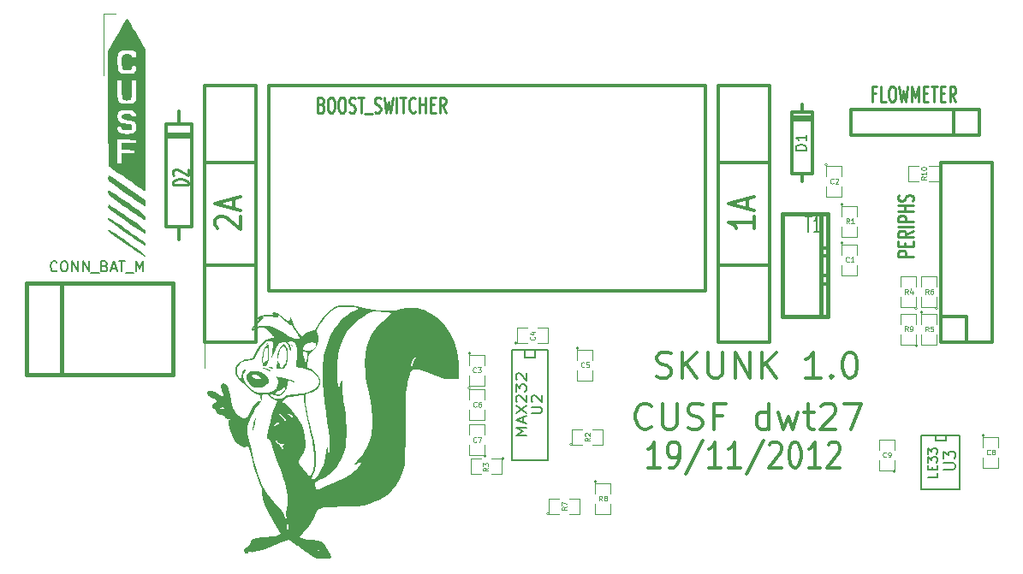
<source format=gto>
G04 (created by PCBNEW (2012-oct-18)-testing) date Fri 23 Nov 2012 13:58:41 GMT*
%MOIN*%
G04 Gerber Fmt 3.4, Leading zero omitted, Abs format*
%FSLAX34Y34*%
G01*
G70*
G90*
G04 APERTURE LIST*
%ADD10C,2.3622e-06*%
%ADD11C,0.012*%
%ADD12C,0.005*%
%ADD13C,0.0039*%
%ADD14C,0.015*%
%ADD15C,0.0001*%
%ADD16C,0.008*%
%ADD17C,0.006*%
%ADD18C,0.0043*%
%ADD19C,0.01*%
G04 APERTURE END LIST*
G54D10*
G54D11*
X54223Y-40404D02*
X53766Y-40404D01*
X53995Y-40404D02*
X53995Y-39404D01*
X53919Y-39547D01*
X53842Y-39642D01*
X53766Y-39690D01*
X54604Y-40404D02*
X54757Y-40404D01*
X54833Y-40357D01*
X54871Y-40309D01*
X54947Y-40166D01*
X54985Y-39976D01*
X54985Y-39595D01*
X54947Y-39500D01*
X54909Y-39452D01*
X54833Y-39404D01*
X54680Y-39404D01*
X54604Y-39452D01*
X54566Y-39500D01*
X54528Y-39595D01*
X54528Y-39833D01*
X54566Y-39928D01*
X54604Y-39976D01*
X54680Y-40023D01*
X54833Y-40023D01*
X54909Y-39976D01*
X54947Y-39928D01*
X54985Y-39833D01*
X55900Y-39357D02*
X55214Y-40642D01*
X56585Y-40404D02*
X56128Y-40404D01*
X56357Y-40404D02*
X56357Y-39404D01*
X56280Y-39547D01*
X56204Y-39642D01*
X56128Y-39690D01*
X57347Y-40404D02*
X56890Y-40404D01*
X57119Y-40404D02*
X57119Y-39404D01*
X57042Y-39547D01*
X56966Y-39642D01*
X56890Y-39690D01*
X58261Y-39357D02*
X57576Y-40642D01*
X58490Y-39500D02*
X58528Y-39452D01*
X58604Y-39404D01*
X58795Y-39404D01*
X58871Y-39452D01*
X58909Y-39500D01*
X58947Y-39595D01*
X58947Y-39690D01*
X58909Y-39833D01*
X58452Y-40404D01*
X58947Y-40404D01*
X59442Y-39404D02*
X59519Y-39404D01*
X59595Y-39452D01*
X59633Y-39500D01*
X59671Y-39595D01*
X59709Y-39785D01*
X59709Y-40023D01*
X59671Y-40214D01*
X59633Y-40309D01*
X59595Y-40357D01*
X59519Y-40404D01*
X59442Y-40404D01*
X59366Y-40357D01*
X59328Y-40309D01*
X59290Y-40214D01*
X59252Y-40023D01*
X59252Y-39785D01*
X59290Y-39595D01*
X59328Y-39500D01*
X59366Y-39452D01*
X59442Y-39404D01*
X60471Y-40404D02*
X60014Y-40404D01*
X60242Y-40404D02*
X60242Y-39404D01*
X60166Y-39547D01*
X60090Y-39642D01*
X60014Y-39690D01*
X60776Y-39500D02*
X60814Y-39452D01*
X60890Y-39404D01*
X61080Y-39404D01*
X61157Y-39452D01*
X61195Y-39500D01*
X61233Y-39595D01*
X61233Y-39690D01*
X61195Y-39833D01*
X60738Y-40404D01*
X61233Y-40404D01*
X58452Y-38904D02*
X58452Y-37904D01*
X58452Y-38857D02*
X58357Y-38904D01*
X58166Y-38904D01*
X58071Y-38857D01*
X58023Y-38809D01*
X57976Y-38714D01*
X57976Y-38428D01*
X58023Y-38333D01*
X58071Y-38285D01*
X58166Y-38238D01*
X58357Y-38238D01*
X58452Y-38285D01*
X58833Y-38238D02*
X59023Y-38904D01*
X59214Y-38428D01*
X59404Y-38904D01*
X59595Y-38238D01*
X59833Y-38238D02*
X60214Y-38238D01*
X59976Y-37904D02*
X59976Y-38761D01*
X60023Y-38857D01*
X60119Y-38904D01*
X60214Y-38904D01*
X60500Y-38000D02*
X60547Y-37952D01*
X60642Y-37904D01*
X60880Y-37904D01*
X60976Y-37952D01*
X61023Y-38000D01*
X61071Y-38095D01*
X61071Y-38190D01*
X61023Y-38333D01*
X60452Y-38904D01*
X61071Y-38904D01*
X61404Y-37904D02*
X62071Y-37904D01*
X61642Y-38904D01*
X53880Y-38809D02*
X53833Y-38857D01*
X53690Y-38904D01*
X53595Y-38904D01*
X53452Y-38857D01*
X53357Y-38761D01*
X53309Y-38666D01*
X53261Y-38476D01*
X53261Y-38333D01*
X53309Y-38142D01*
X53357Y-38047D01*
X53452Y-37952D01*
X53595Y-37904D01*
X53690Y-37904D01*
X53833Y-37952D01*
X53880Y-38000D01*
X54309Y-37904D02*
X54309Y-38714D01*
X54357Y-38809D01*
X54404Y-38857D01*
X54500Y-38904D01*
X54690Y-38904D01*
X54785Y-38857D01*
X54833Y-38809D01*
X54880Y-38714D01*
X54880Y-37904D01*
X55309Y-38857D02*
X55452Y-38904D01*
X55690Y-38904D01*
X55785Y-38857D01*
X55833Y-38809D01*
X55880Y-38714D01*
X55880Y-38619D01*
X55833Y-38523D01*
X55785Y-38476D01*
X55690Y-38428D01*
X55500Y-38380D01*
X55404Y-38333D01*
X55357Y-38285D01*
X55309Y-38190D01*
X55309Y-38095D01*
X55357Y-38000D01*
X55404Y-37952D01*
X55500Y-37904D01*
X55738Y-37904D01*
X55880Y-37952D01*
X56642Y-38380D02*
X56309Y-38380D01*
X56309Y-38904D02*
X56309Y-37904D01*
X56785Y-37904D01*
X54095Y-36857D02*
X54238Y-36904D01*
X54476Y-36904D01*
X54571Y-36857D01*
X54619Y-36809D01*
X54666Y-36714D01*
X54666Y-36619D01*
X54619Y-36523D01*
X54571Y-36476D01*
X54476Y-36428D01*
X54285Y-36380D01*
X54190Y-36333D01*
X54142Y-36285D01*
X54095Y-36190D01*
X54095Y-36095D01*
X54142Y-36000D01*
X54190Y-35952D01*
X54285Y-35904D01*
X54523Y-35904D01*
X54666Y-35952D01*
X55095Y-36904D02*
X55095Y-35904D01*
X55666Y-36904D02*
X55238Y-36333D01*
X55666Y-35904D02*
X55095Y-36476D01*
X56095Y-35904D02*
X56095Y-36714D01*
X56142Y-36809D01*
X56190Y-36857D01*
X56285Y-36904D01*
X56476Y-36904D01*
X56571Y-36857D01*
X56619Y-36809D01*
X56666Y-36714D01*
X56666Y-35904D01*
X57142Y-36904D02*
X57142Y-35904D01*
X57714Y-36904D01*
X57714Y-35904D01*
X58190Y-36904D02*
X58190Y-35904D01*
X58761Y-36904D02*
X58333Y-36333D01*
X58761Y-35904D02*
X58190Y-36476D01*
X60476Y-36904D02*
X59904Y-36904D01*
X60190Y-36904D02*
X60190Y-35904D01*
X60095Y-36047D01*
X59999Y-36142D01*
X59904Y-36190D01*
X60904Y-36809D02*
X60952Y-36857D01*
X60904Y-36904D01*
X60857Y-36857D01*
X60904Y-36809D01*
X60904Y-36904D01*
X61571Y-35904D02*
X61666Y-35904D01*
X61761Y-35952D01*
X61809Y-36000D01*
X61857Y-36095D01*
X61904Y-36285D01*
X61904Y-36523D01*
X61857Y-36714D01*
X61809Y-36809D01*
X61761Y-36857D01*
X61666Y-36904D01*
X61571Y-36904D01*
X61476Y-36857D01*
X61428Y-36809D01*
X61380Y-36714D01*
X61333Y-36523D01*
X61333Y-36285D01*
X61380Y-36095D01*
X61428Y-36000D01*
X61476Y-35952D01*
X61571Y-35904D01*
G54D12*
X64450Y-39150D02*
X64400Y-39150D01*
X64400Y-39150D02*
X64400Y-41250D01*
X65900Y-41250D02*
X65900Y-39150D01*
X65900Y-39150D02*
X64450Y-39150D01*
X65350Y-39150D02*
X65350Y-39350D01*
X65350Y-39350D02*
X64950Y-39350D01*
X64950Y-39350D02*
X64950Y-39150D01*
X65900Y-41250D02*
X64400Y-41250D01*
G54D13*
X64250Y-34200D02*
G75*
G03X64250Y-34200I-50J0D01*
G74*
G01*
X64200Y-33750D02*
X64200Y-34150D01*
X64200Y-34150D02*
X63600Y-34150D01*
X63600Y-34150D02*
X63600Y-33750D01*
X63600Y-33350D02*
X63600Y-32950D01*
X63600Y-32950D02*
X64200Y-32950D01*
X64200Y-32950D02*
X64200Y-33350D01*
X48150Y-40050D02*
G75*
G03X48150Y-40050I-50J0D01*
G74*
G01*
X47650Y-40050D02*
X48050Y-40050D01*
X48050Y-40050D02*
X48050Y-40650D01*
X48050Y-40650D02*
X47650Y-40650D01*
X47250Y-40650D02*
X46850Y-40650D01*
X46850Y-40650D02*
X46850Y-40050D01*
X46850Y-40050D02*
X47250Y-40050D01*
X50800Y-39500D02*
G75*
G03X50800Y-39500I-50J0D01*
G74*
G01*
X51200Y-39500D02*
X50800Y-39500D01*
X50800Y-39500D02*
X50800Y-38900D01*
X50800Y-38900D02*
X51200Y-38900D01*
X51600Y-38900D02*
X52000Y-38900D01*
X52000Y-38900D02*
X52000Y-39500D01*
X52000Y-39500D02*
X51600Y-39500D01*
X61350Y-30150D02*
G75*
G03X61350Y-30150I-50J0D01*
G74*
G01*
X61300Y-30600D02*
X61300Y-30200D01*
X61300Y-30200D02*
X61900Y-30200D01*
X61900Y-30200D02*
X61900Y-30600D01*
X61900Y-31000D02*
X61900Y-31400D01*
X61900Y-31400D02*
X61300Y-31400D01*
X61300Y-31400D02*
X61300Y-31000D01*
X64450Y-34350D02*
G75*
G03X64450Y-34350I-50J0D01*
G74*
G01*
X64400Y-34800D02*
X64400Y-34400D01*
X64400Y-34400D02*
X65000Y-34400D01*
X65000Y-34400D02*
X65000Y-34800D01*
X65000Y-35200D02*
X65000Y-35600D01*
X65000Y-35600D02*
X64400Y-35600D01*
X64400Y-35600D02*
X64400Y-35200D01*
X65050Y-34200D02*
G75*
G03X65050Y-34200I-50J0D01*
G74*
G01*
X65000Y-33750D02*
X65000Y-34150D01*
X65000Y-34150D02*
X64400Y-34150D01*
X64400Y-34150D02*
X64400Y-33750D01*
X64400Y-33350D02*
X64400Y-32950D01*
X64400Y-32950D02*
X65000Y-32950D01*
X65000Y-32950D02*
X65000Y-33350D01*
X49900Y-42200D02*
G75*
G03X49900Y-42200I-50J0D01*
G74*
G01*
X50300Y-42200D02*
X49900Y-42200D01*
X49900Y-42200D02*
X49900Y-41600D01*
X49900Y-41600D02*
X50300Y-41600D01*
X50700Y-41600D02*
X51100Y-41600D01*
X51100Y-41600D02*
X51100Y-42200D01*
X51100Y-42200D02*
X50700Y-42200D01*
X51750Y-40950D02*
G75*
G03X51750Y-40950I-50J0D01*
G74*
G01*
X51700Y-41400D02*
X51700Y-41000D01*
X51700Y-41000D02*
X52300Y-41000D01*
X52300Y-41000D02*
X52300Y-41400D01*
X52300Y-41800D02*
X52300Y-42200D01*
X52300Y-42200D02*
X51700Y-42200D01*
X51700Y-42200D02*
X51700Y-41800D01*
X64250Y-35650D02*
G75*
G03X64250Y-35650I-50J0D01*
G74*
G01*
X64200Y-35200D02*
X64200Y-35600D01*
X64200Y-35600D02*
X63600Y-35600D01*
X63600Y-35600D02*
X63600Y-35200D01*
X63600Y-34800D02*
X63600Y-34400D01*
X63600Y-34400D02*
X64200Y-34400D01*
X64200Y-34400D02*
X64200Y-34800D01*
X65200Y-28650D02*
G75*
G03X65200Y-28650I-50J0D01*
G74*
G01*
X64700Y-28650D02*
X65100Y-28650D01*
X65100Y-28650D02*
X65100Y-29250D01*
X65100Y-29250D02*
X64700Y-29250D01*
X64300Y-29250D02*
X63900Y-29250D01*
X63900Y-29250D02*
X63900Y-28650D01*
X63900Y-28650D02*
X64300Y-28650D01*
X61350Y-31650D02*
G75*
G03X61350Y-31650I-50J0D01*
G74*
G01*
X61300Y-32100D02*
X61300Y-31700D01*
X61300Y-31700D02*
X61900Y-31700D01*
X61900Y-31700D02*
X61900Y-32100D01*
X61900Y-32500D02*
X61900Y-32900D01*
X61900Y-32900D02*
X61300Y-32900D01*
X61300Y-32900D02*
X61300Y-32500D01*
X60750Y-28600D02*
G75*
G03X60750Y-28600I-50J0D01*
G74*
G01*
X60700Y-29050D02*
X60700Y-28650D01*
X60700Y-28650D02*
X61300Y-28650D01*
X61300Y-28650D02*
X61300Y-29050D01*
X61300Y-29450D02*
X61300Y-29850D01*
X61300Y-29850D02*
X60700Y-29850D01*
X60700Y-29850D02*
X60700Y-29450D01*
X46850Y-35950D02*
G75*
G03X46850Y-35950I-50J0D01*
G74*
G01*
X46800Y-36400D02*
X46800Y-36000D01*
X46800Y-36000D02*
X47400Y-36000D01*
X47400Y-36000D02*
X47400Y-36400D01*
X47400Y-36800D02*
X47400Y-37200D01*
X47400Y-37200D02*
X46800Y-37200D01*
X46800Y-37200D02*
X46800Y-36800D01*
X48650Y-35550D02*
G75*
G03X48650Y-35550I-50J0D01*
G74*
G01*
X49050Y-35550D02*
X48650Y-35550D01*
X48650Y-35550D02*
X48650Y-34950D01*
X48650Y-34950D02*
X49050Y-34950D01*
X49450Y-34950D02*
X49850Y-34950D01*
X49850Y-34950D02*
X49850Y-35550D01*
X49850Y-35550D02*
X49450Y-35550D01*
X51050Y-35750D02*
G75*
G03X51050Y-35750I-50J0D01*
G74*
G01*
X51000Y-36200D02*
X51000Y-35800D01*
X51000Y-35800D02*
X51600Y-35800D01*
X51600Y-35800D02*
X51600Y-36200D01*
X51600Y-36600D02*
X51600Y-37000D01*
X51600Y-37000D02*
X51000Y-37000D01*
X51000Y-37000D02*
X51000Y-36600D01*
X46850Y-37300D02*
G75*
G03X46850Y-37300I-50J0D01*
G74*
G01*
X46800Y-37750D02*
X46800Y-37350D01*
X46800Y-37350D02*
X47400Y-37350D01*
X47400Y-37350D02*
X47400Y-37750D01*
X47400Y-38150D02*
X47400Y-38550D01*
X47400Y-38550D02*
X46800Y-38550D01*
X46800Y-38550D02*
X46800Y-38150D01*
X63400Y-40550D02*
G75*
G03X63400Y-40550I-50J0D01*
G74*
G01*
X63350Y-40100D02*
X63350Y-40500D01*
X63350Y-40500D02*
X62750Y-40500D01*
X62750Y-40500D02*
X62750Y-40100D01*
X62750Y-39700D02*
X62750Y-39300D01*
X62750Y-39300D02*
X63350Y-39300D01*
X63350Y-39300D02*
X63350Y-39700D01*
X66850Y-39150D02*
G75*
G03X66850Y-39150I-50J0D01*
G74*
G01*
X66800Y-39600D02*
X66800Y-39200D01*
X66800Y-39200D02*
X67400Y-39200D01*
X67400Y-39200D02*
X67400Y-39600D01*
X67400Y-40000D02*
X67400Y-40400D01*
X67400Y-40400D02*
X66800Y-40400D01*
X66800Y-40400D02*
X66800Y-40000D01*
X47450Y-39950D02*
G75*
G03X47450Y-39950I-50J0D01*
G74*
G01*
X47400Y-39500D02*
X47400Y-39900D01*
X47400Y-39900D02*
X46800Y-39900D01*
X46800Y-39900D02*
X46800Y-39500D01*
X46800Y-39100D02*
X46800Y-38700D01*
X46800Y-38700D02*
X47400Y-38700D01*
X47400Y-38700D02*
X47400Y-39100D01*
G54D11*
X36500Y-35500D02*
X36500Y-25500D01*
X36500Y-25500D02*
X38500Y-25500D01*
X38500Y-25500D02*
X38500Y-35500D01*
X38500Y-35500D02*
X36500Y-35500D01*
X36500Y-32500D02*
X38500Y-32500D01*
X36500Y-28500D02*
X38500Y-28500D01*
X58500Y-25500D02*
X58500Y-35500D01*
X58500Y-35500D02*
X56500Y-35500D01*
X56500Y-35500D02*
X56500Y-25500D01*
X56500Y-25500D02*
X58500Y-25500D01*
X58500Y-28500D02*
X56500Y-28500D01*
X58500Y-32500D02*
X56500Y-32500D01*
X35500Y-26500D02*
X35500Y-27000D01*
X35500Y-27000D02*
X35000Y-27000D01*
X35000Y-27000D02*
X35000Y-31000D01*
X35000Y-31000D02*
X35500Y-31000D01*
X35500Y-31000D02*
X35500Y-31500D01*
X35500Y-31000D02*
X36000Y-31000D01*
X36000Y-31000D02*
X36000Y-27000D01*
X36000Y-27000D02*
X35500Y-27000D01*
X35000Y-27500D02*
X36000Y-27500D01*
X35000Y-27400D02*
X36000Y-27400D01*
X59750Y-26250D02*
X59750Y-26550D01*
X59750Y-26550D02*
X59350Y-26550D01*
X59350Y-26550D02*
X59350Y-28950D01*
X59350Y-28950D02*
X59750Y-28950D01*
X59750Y-28950D02*
X59750Y-29250D01*
X59750Y-28950D02*
X60150Y-28950D01*
X60150Y-28950D02*
X60150Y-26550D01*
X60150Y-26550D02*
X59750Y-26550D01*
X59350Y-26750D02*
X60150Y-26750D01*
X60150Y-26850D02*
X59350Y-26850D01*
X60550Y-33250D02*
X60750Y-33250D01*
X60500Y-32900D02*
X60700Y-32900D01*
X60700Y-32900D02*
X60750Y-32950D01*
X60550Y-32150D02*
X60750Y-32150D01*
X60550Y-31850D02*
X60700Y-31850D01*
G54D14*
X60500Y-30500D02*
X60750Y-30500D01*
X60750Y-30500D02*
X60750Y-34500D01*
X60750Y-34500D02*
X60500Y-34500D01*
X59000Y-30500D02*
X60500Y-30500D01*
X60500Y-30500D02*
X60500Y-34500D01*
X60500Y-34500D02*
X59000Y-34500D01*
X59000Y-34500D02*
X59000Y-30500D01*
G54D11*
X66150Y-35500D02*
X66150Y-34500D01*
X66150Y-34500D02*
X65150Y-34500D01*
X66150Y-35500D02*
X67150Y-35500D01*
X67150Y-35500D02*
X67150Y-28500D01*
X67150Y-28500D02*
X66150Y-28500D01*
X65150Y-35500D02*
X65150Y-35500D01*
X65150Y-35500D02*
X65150Y-28500D01*
X65150Y-28500D02*
X66150Y-28500D01*
X66150Y-35500D02*
X65150Y-35500D01*
X39000Y-33500D02*
X39000Y-25500D01*
X39000Y-25500D02*
X56000Y-25500D01*
X56000Y-25500D02*
X56000Y-33500D01*
X56000Y-33500D02*
X39000Y-33500D01*
X66650Y-26450D02*
X66650Y-27450D01*
X66650Y-27450D02*
X61650Y-27450D01*
X61650Y-27450D02*
X61650Y-26450D01*
X61650Y-26450D02*
X66650Y-26450D01*
X65650Y-26450D02*
X65650Y-27450D01*
G54D15*
G36*
X46516Y-34016D02*
X41525Y-34024D01*
X36533Y-34033D01*
X36524Y-39025D01*
X36516Y-44016D01*
X36508Y-39008D01*
X36500Y-34000D01*
X41508Y-34008D01*
X46516Y-34016D01*
X46516Y-34016D01*
X46516Y-34016D01*
G37*
G36*
X46400Y-36966D02*
X46153Y-36966D01*
X46050Y-36964D01*
X45953Y-36954D01*
X45850Y-36934D01*
X45731Y-36901D01*
X45584Y-36852D01*
X45399Y-36783D01*
X45164Y-36692D01*
X45150Y-36686D01*
X44956Y-36619D01*
X44854Y-36593D01*
X44854Y-35943D01*
X44819Y-35957D01*
X44810Y-35962D01*
X44719Y-36038D01*
X44635Y-36158D01*
X44570Y-36297D01*
X44538Y-36433D01*
X44536Y-36479D01*
X44546Y-36498D01*
X44567Y-36457D01*
X44583Y-36412D01*
X44620Y-36304D01*
X44659Y-36211D01*
X44667Y-36195D01*
X44718Y-36117D01*
X44787Y-36029D01*
X44795Y-36020D01*
X44847Y-35961D01*
X44854Y-35943D01*
X44854Y-36593D01*
X44791Y-36578D01*
X44694Y-36567D01*
X44629Y-36568D01*
X44580Y-36576D01*
X44542Y-36602D01*
X44511Y-36655D01*
X44481Y-36742D01*
X44448Y-36874D01*
X44406Y-37060D01*
X44393Y-37116D01*
X44375Y-37203D01*
X44359Y-37286D01*
X44347Y-37373D01*
X44337Y-37470D01*
X44330Y-37587D01*
X44325Y-37730D01*
X44321Y-37908D01*
X44318Y-38127D01*
X44316Y-38397D01*
X44315Y-38723D01*
X44315Y-38800D01*
X44313Y-39163D01*
X44309Y-39487D01*
X44304Y-39765D01*
X44297Y-39993D01*
X44289Y-40166D01*
X44280Y-40281D01*
X44274Y-40316D01*
X44195Y-40610D01*
X44091Y-40859D01*
X43952Y-41084D01*
X43788Y-41285D01*
X43758Y-41313D01*
X43758Y-34372D01*
X43654Y-34354D01*
X43570Y-34344D01*
X43445Y-34335D01*
X43302Y-34328D01*
X43280Y-34328D01*
X43149Y-34325D01*
X43054Y-34331D01*
X42972Y-34353D01*
X42880Y-34394D01*
X42755Y-34463D01*
X42747Y-34468D01*
X42467Y-34655D01*
X42463Y-34658D01*
X42463Y-34206D01*
X42442Y-34184D01*
X42363Y-34166D01*
X42225Y-34152D01*
X42043Y-34141D01*
X41886Y-34134D01*
X41778Y-34135D01*
X41701Y-34145D01*
X41637Y-34167D01*
X41568Y-34204D01*
X41555Y-34211D01*
X41398Y-34328D01*
X41233Y-34495D01*
X41075Y-34696D01*
X40968Y-34863D01*
X40903Y-34976D01*
X40869Y-35051D01*
X40861Y-35103D01*
X40875Y-35150D01*
X40886Y-35173D01*
X40930Y-35325D01*
X40922Y-35491D01*
X40869Y-35652D01*
X40833Y-35704D01*
X40833Y-35601D01*
X40833Y-35598D01*
X40821Y-35555D01*
X40773Y-35536D01*
X40701Y-35533D01*
X40527Y-35558D01*
X40398Y-35632D01*
X40346Y-35694D01*
X40311Y-35755D01*
X40317Y-35792D01*
X40353Y-35824D01*
X40448Y-35858D01*
X40566Y-35852D01*
X40681Y-35810D01*
X40758Y-35750D01*
X40810Y-35671D01*
X40833Y-35601D01*
X40833Y-35704D01*
X40776Y-35788D01*
X40687Y-35859D01*
X40642Y-35887D01*
X40608Y-35914D01*
X40583Y-35953D01*
X40560Y-36015D01*
X40537Y-36111D01*
X40509Y-36252D01*
X40506Y-36267D01*
X40506Y-35938D01*
X40497Y-35908D01*
X40471Y-35900D01*
X40463Y-35900D01*
X40379Y-35887D01*
X40351Y-35879D01*
X40325Y-35871D01*
X40312Y-35877D01*
X40310Y-35909D01*
X40322Y-35977D01*
X40348Y-36091D01*
X40375Y-36207D01*
X40398Y-36296D01*
X40415Y-36349D01*
X40421Y-36356D01*
X40431Y-36322D01*
X40451Y-36239D01*
X40475Y-36127D01*
X40475Y-36123D01*
X40498Y-36005D01*
X40506Y-35938D01*
X40506Y-36267D01*
X40479Y-36405D01*
X40479Y-36477D01*
X40521Y-36512D01*
X40527Y-36514D01*
X40629Y-36565D01*
X40747Y-36649D01*
X40856Y-36747D01*
X40932Y-36840D01*
X40934Y-36842D01*
X40993Y-36993D01*
X40989Y-37140D01*
X40948Y-37229D01*
X40948Y-37035D01*
X40910Y-36900D01*
X40811Y-36774D01*
X40653Y-36663D01*
X40590Y-36631D01*
X40450Y-36575D01*
X40301Y-36531D01*
X40209Y-36514D01*
X40200Y-36512D01*
X40200Y-35361D01*
X40181Y-35311D01*
X40134Y-35237D01*
X40121Y-35219D01*
X40055Y-35122D01*
X39987Y-35007D01*
X39970Y-34973D01*
X39921Y-34894D01*
X39879Y-34853D01*
X39864Y-34851D01*
X39826Y-34839D01*
X39754Y-34789D01*
X39660Y-34711D01*
X39614Y-34669D01*
X39483Y-34552D01*
X39394Y-34486D01*
X39346Y-34469D01*
X39340Y-34502D01*
X39346Y-34520D01*
X39350Y-34557D01*
X39309Y-34556D01*
X39292Y-34551D01*
X39222Y-34538D01*
X39109Y-34524D01*
X38976Y-34512D01*
X38966Y-34511D01*
X38838Y-34505D01*
X38771Y-34508D01*
X38756Y-34521D01*
X38766Y-34531D01*
X38796Y-34563D01*
X38770Y-34593D01*
X38750Y-34605D01*
X38689Y-34649D01*
X38610Y-34721D01*
X38527Y-34804D01*
X38455Y-34883D01*
X38409Y-34943D01*
X38400Y-34964D01*
X38425Y-34970D01*
X38488Y-34948D01*
X38508Y-34939D01*
X38639Y-34899D01*
X38825Y-34883D01*
X38851Y-34883D01*
X38989Y-34890D01*
X39117Y-34916D01*
X39251Y-34967D01*
X39405Y-35048D01*
X39594Y-35165D01*
X39616Y-35180D01*
X39765Y-35268D01*
X39908Y-35336D01*
X40033Y-35381D01*
X40130Y-35399D01*
X40188Y-35387D01*
X40200Y-35361D01*
X40200Y-36512D01*
X40105Y-36498D01*
X40054Y-36480D01*
X40041Y-36450D01*
X40046Y-36420D01*
X40068Y-36302D01*
X40083Y-36149D01*
X40090Y-35983D01*
X40088Y-35829D01*
X40076Y-35708D01*
X40070Y-35678D01*
X40029Y-35563D01*
X39976Y-35503D01*
X39897Y-35488D01*
X39816Y-35499D01*
X39744Y-35516D01*
X39719Y-35527D01*
X39726Y-35529D01*
X39769Y-35562D01*
X39812Y-35638D01*
X39847Y-35737D01*
X39865Y-35836D01*
X39865Y-35857D01*
X39861Y-35898D01*
X39846Y-35886D01*
X39818Y-35816D01*
X39805Y-35779D01*
X39747Y-35636D01*
X39687Y-35551D01*
X39614Y-35515D01*
X39520Y-35518D01*
X39518Y-35518D01*
X39449Y-35535D01*
X39396Y-35562D01*
X39350Y-35613D01*
X39301Y-35697D01*
X39241Y-35827D01*
X39213Y-35890D01*
X39099Y-36150D01*
X39124Y-35950D01*
X39138Y-35814D01*
X39147Y-35681D01*
X39149Y-35616D01*
X39145Y-35530D01*
X39122Y-35491D01*
X39062Y-35476D01*
X39029Y-35473D01*
X38918Y-35485D01*
X38815Y-35544D01*
X38714Y-35656D01*
X38609Y-35826D01*
X38562Y-35916D01*
X38424Y-36194D01*
X38254Y-36218D01*
X38082Y-36249D01*
X37957Y-36293D01*
X37861Y-36357D01*
X37842Y-36374D01*
X37767Y-36485D01*
X37742Y-36621D01*
X37766Y-36761D01*
X37837Y-36886D01*
X37869Y-36919D01*
X37909Y-36951D01*
X37928Y-36943D01*
X37933Y-36883D01*
X37933Y-36838D01*
X37953Y-36705D01*
X38000Y-36633D01*
X38068Y-36577D01*
X38103Y-36570D01*
X38096Y-36608D01*
X38054Y-36667D01*
X37994Y-36775D01*
X37990Y-36897D01*
X38041Y-37045D01*
X38052Y-37066D01*
X38127Y-37173D01*
X38240Y-37288D01*
X38366Y-37387D01*
X38473Y-37448D01*
X38636Y-37491D01*
X38816Y-37499D01*
X38994Y-37475D01*
X39152Y-37422D01*
X39269Y-37342D01*
X39283Y-37326D01*
X39339Y-37229D01*
X39367Y-37115D01*
X39365Y-37006D01*
X39333Y-36925D01*
X39308Y-36902D01*
X39275Y-36874D01*
X39296Y-36863D01*
X39362Y-36867D01*
X39462Y-36884D01*
X39585Y-36913D01*
X39723Y-36953D01*
X39816Y-36983D01*
X39944Y-37030D01*
X40036Y-37067D01*
X40082Y-37092D01*
X40079Y-37099D01*
X40001Y-37087D01*
X39903Y-37056D01*
X39888Y-37050D01*
X39808Y-37018D01*
X39760Y-37000D01*
X39755Y-37000D01*
X39743Y-37029D01*
X39728Y-37102D01*
X39724Y-37132D01*
X39675Y-37324D01*
X39625Y-37409D01*
X39625Y-37292D01*
X39618Y-37274D01*
X39585Y-37282D01*
X39525Y-37326D01*
X39505Y-37344D01*
X39441Y-37396D01*
X39396Y-37414D01*
X39390Y-37412D01*
X39351Y-37411D01*
X39303Y-37447D01*
X39270Y-37499D01*
X39266Y-37520D01*
X39292Y-37560D01*
X39368Y-37558D01*
X39446Y-37534D01*
X39505Y-37493D01*
X39564Y-37425D01*
X39609Y-37351D01*
X39625Y-37292D01*
X39625Y-37409D01*
X39587Y-37474D01*
X39465Y-37573D01*
X39457Y-37578D01*
X39376Y-37614D01*
X39318Y-37621D01*
X39251Y-37599D01*
X39197Y-37573D01*
X39062Y-37506D01*
X39073Y-37577D01*
X39115Y-37659D01*
X39208Y-37710D01*
X39339Y-37726D01*
X39460Y-37712D01*
X39558Y-37676D01*
X39630Y-37628D01*
X39685Y-37593D01*
X39767Y-37570D01*
X39892Y-37556D01*
X39974Y-37551D01*
X40259Y-37523D01*
X40502Y-37469D01*
X40698Y-37391D01*
X40840Y-37291D01*
X40921Y-37175D01*
X40948Y-37035D01*
X40948Y-37229D01*
X40927Y-37276D01*
X40810Y-37392D01*
X40641Y-37482D01*
X40600Y-37497D01*
X40416Y-37557D01*
X40427Y-37753D01*
X40439Y-37919D01*
X40459Y-38087D01*
X40490Y-38271D01*
X40533Y-38482D01*
X40591Y-38733D01*
X40657Y-39000D01*
X40712Y-39224D01*
X40753Y-39400D01*
X40781Y-39542D01*
X40799Y-39667D01*
X40808Y-39790D01*
X40813Y-39927D01*
X40814Y-40033D01*
X40814Y-40211D01*
X40810Y-40338D01*
X40799Y-40431D01*
X40780Y-40507D01*
X40750Y-40582D01*
X40747Y-40588D01*
X40747Y-40017D01*
X40744Y-39857D01*
X40738Y-39724D01*
X40726Y-39601D01*
X40706Y-39472D01*
X40675Y-39322D01*
X40631Y-39135D01*
X40588Y-38961D01*
X40510Y-38634D01*
X40450Y-38363D01*
X40407Y-38139D01*
X40380Y-37953D01*
X40368Y-37798D01*
X40367Y-37743D01*
X40361Y-37654D01*
X40347Y-37597D01*
X40341Y-37590D01*
X40299Y-37588D01*
X40207Y-37593D01*
X40081Y-37605D01*
X40009Y-37613D01*
X39854Y-37634D01*
X39747Y-37657D01*
X39671Y-37688D01*
X39608Y-37731D01*
X39595Y-37743D01*
X39489Y-37836D01*
X39602Y-37893D01*
X39677Y-37949D01*
X39776Y-38050D01*
X39889Y-38182D01*
X40006Y-38333D01*
X40117Y-38489D01*
X40212Y-38638D01*
X40280Y-38766D01*
X40283Y-38772D01*
X40349Y-38965D01*
X40394Y-39194D01*
X40415Y-39426D01*
X40410Y-39614D01*
X40353Y-39831D01*
X40236Y-40033D01*
X40189Y-40091D01*
X40144Y-40163D01*
X40153Y-40230D01*
X40186Y-40280D01*
X40249Y-40359D01*
X40331Y-40455D01*
X40419Y-40553D01*
X40502Y-40641D01*
X40566Y-40705D01*
X40602Y-40732D01*
X40603Y-40733D01*
X40627Y-40705D01*
X40665Y-40635D01*
X40686Y-40592D01*
X40713Y-40519D01*
X40732Y-40436D01*
X40742Y-40329D01*
X40746Y-40182D01*
X40747Y-40017D01*
X40747Y-40588D01*
X40726Y-40631D01*
X40676Y-40741D01*
X40659Y-40811D01*
X40671Y-40855D01*
X40675Y-40861D01*
X40706Y-40881D01*
X40745Y-40863D01*
X40808Y-40800D01*
X40826Y-40779D01*
X40910Y-40671D01*
X40996Y-40543D01*
X41032Y-40483D01*
X41110Y-40327D01*
X41166Y-40169D01*
X41205Y-39986D01*
X41229Y-39800D01*
X41256Y-39550D01*
X41282Y-39695D01*
X41301Y-39780D01*
X41319Y-39807D01*
X41340Y-39785D01*
X41342Y-39781D01*
X41358Y-39712D01*
X41362Y-39588D01*
X41356Y-39419D01*
X41340Y-39214D01*
X41315Y-38985D01*
X41281Y-38741D01*
X41270Y-38666D01*
X41210Y-38262D01*
X41158Y-37854D01*
X41115Y-37462D01*
X41086Y-37105D01*
X41077Y-36964D01*
X41080Y-36507D01*
X41136Y-36064D01*
X41244Y-35644D01*
X41400Y-35255D01*
X41602Y-34905D01*
X41677Y-34802D01*
X41834Y-34626D01*
X42015Y-34467D01*
X42202Y-34340D01*
X42345Y-34271D01*
X42429Y-34235D01*
X42463Y-34206D01*
X42463Y-34658D01*
X42223Y-34879D01*
X42025Y-35127D01*
X41926Y-35300D01*
X41810Y-35561D01*
X41729Y-35809D01*
X41679Y-36063D01*
X41655Y-36348D01*
X41651Y-36533D01*
X41653Y-36717D01*
X41658Y-36892D01*
X41667Y-37041D01*
X41677Y-37143D01*
X41678Y-37150D01*
X41707Y-37316D01*
X41761Y-37177D01*
X41800Y-37087D01*
X41833Y-37025D01*
X41841Y-37013D01*
X41851Y-37034D01*
X41859Y-37109D01*
X41865Y-37226D01*
X41866Y-37352D01*
X41898Y-37832D01*
X41940Y-38083D01*
X41977Y-38314D01*
X42002Y-38575D01*
X42015Y-38851D01*
X42015Y-39123D01*
X42004Y-39377D01*
X41980Y-39595D01*
X41952Y-39730D01*
X41833Y-40062D01*
X41665Y-40348D01*
X41451Y-40587D01*
X41191Y-40778D01*
X40967Y-40889D01*
X40856Y-40942D01*
X40799Y-40999D01*
X40791Y-41077D01*
X40824Y-41192D01*
X40833Y-41218D01*
X40864Y-41299D01*
X41090Y-41185D01*
X41226Y-41121D01*
X41395Y-41047D01*
X41570Y-40976D01*
X41639Y-40949D01*
X41925Y-40825D01*
X42157Y-40687D01*
X42349Y-40525D01*
X42456Y-40407D01*
X42547Y-40288D01*
X42590Y-40215D01*
X42584Y-40187D01*
X42531Y-40205D01*
X42487Y-40230D01*
X42387Y-40285D01*
X42335Y-40296D01*
X42335Y-40265D01*
X42387Y-40193D01*
X42420Y-40158D01*
X42650Y-39879D01*
X42824Y-39585D01*
X42952Y-39257D01*
X42954Y-39248D01*
X42982Y-39140D01*
X43000Y-39018D01*
X43010Y-38866D01*
X43013Y-38668D01*
X43013Y-38583D01*
X43010Y-38367D01*
X43000Y-38191D01*
X42981Y-38029D01*
X42949Y-37854D01*
X42908Y-37666D01*
X42840Y-37357D01*
X42792Y-37093D01*
X42759Y-36855D01*
X42741Y-36626D01*
X42734Y-36388D01*
X42733Y-36322D01*
X42747Y-35994D01*
X42792Y-35710D01*
X42874Y-35455D01*
X42998Y-35217D01*
X43171Y-34980D01*
X43399Y-34731D01*
X43419Y-34711D01*
X43758Y-34372D01*
X43758Y-41313D01*
X43578Y-41481D01*
X43339Y-41638D01*
X43055Y-41765D01*
X43004Y-41783D01*
X42836Y-41836D01*
X42662Y-41875D01*
X42469Y-41903D01*
X42244Y-41920D01*
X41976Y-41930D01*
X41739Y-41932D01*
X41542Y-41935D01*
X41357Y-41941D01*
X41199Y-41951D01*
X41083Y-41964D01*
X41044Y-41971D01*
X40943Y-42004D01*
X40929Y-42015D01*
X40929Y-41584D01*
X40923Y-41508D01*
X40916Y-41485D01*
X40911Y-41521D01*
X40909Y-41583D01*
X40911Y-41662D01*
X40917Y-41691D01*
X40923Y-41675D01*
X40929Y-41584D01*
X40929Y-42015D01*
X40926Y-42017D01*
X40926Y-41806D01*
X40922Y-41791D01*
X40909Y-41787D01*
X40905Y-41833D01*
X40910Y-41880D01*
X40922Y-41875D01*
X40926Y-41806D01*
X40926Y-42017D01*
X40885Y-42051D01*
X40844Y-42129D01*
X40715Y-42400D01*
X40540Y-42671D01*
X40310Y-42956D01*
X40287Y-42983D01*
X40168Y-43116D01*
X40275Y-43162D01*
X40358Y-43186D01*
X40484Y-43208D01*
X40631Y-43225D01*
X40684Y-43229D01*
X40876Y-43249D01*
X41015Y-43284D01*
X41115Y-43340D01*
X41188Y-43424D01*
X41237Y-43518D01*
X41282Y-43608D01*
X41322Y-43671D01*
X41336Y-43685D01*
X41373Y-43730D01*
X41402Y-43790D01*
X41415Y-43880D01*
X41371Y-43937D01*
X41269Y-43964D01*
X41212Y-43966D01*
X41200Y-43965D01*
X41200Y-43553D01*
X41173Y-43532D01*
X41148Y-43520D01*
X41113Y-43518D01*
X41116Y-43533D01*
X41152Y-43561D01*
X41190Y-43565D01*
X41200Y-43553D01*
X41200Y-43965D01*
X41121Y-43962D01*
X41078Y-43944D01*
X41066Y-43902D01*
X41066Y-43891D01*
X41051Y-43808D01*
X41031Y-43766D01*
X41011Y-43746D01*
X41014Y-43784D01*
X41020Y-43811D01*
X41022Y-43904D01*
X40989Y-43939D01*
X40989Y-43695D01*
X40973Y-43657D01*
X40959Y-43633D01*
X40905Y-43572D01*
X40868Y-43548D01*
X40854Y-43556D01*
X40883Y-43598D01*
X40898Y-43614D01*
X40964Y-43680D01*
X40989Y-43695D01*
X40989Y-43939D01*
X40977Y-43952D01*
X40883Y-43953D01*
X40783Y-43926D01*
X40714Y-43889D01*
X40611Y-43822D01*
X40491Y-43733D01*
X40422Y-43679D01*
X40284Y-43570D01*
X40138Y-43461D01*
X40100Y-43434D01*
X40100Y-39183D01*
X40083Y-39166D01*
X40066Y-39183D01*
X40083Y-39200D01*
X40100Y-39183D01*
X40100Y-43434D01*
X40026Y-43381D01*
X40026Y-39165D01*
X40026Y-39149D01*
X40006Y-39126D01*
X39985Y-39072D01*
X39969Y-38968D01*
X39963Y-38835D01*
X39960Y-38710D01*
X39957Y-38646D01*
X39950Y-38639D01*
X39939Y-38681D01*
X39933Y-38709D01*
X39933Y-38450D01*
X39907Y-38398D01*
X39849Y-38346D01*
X39780Y-38312D01*
X39731Y-38322D01*
X39716Y-38333D01*
X39675Y-38394D01*
X39668Y-38429D01*
X39678Y-38450D01*
X39701Y-38407D01*
X39701Y-38406D01*
X39733Y-38354D01*
X39778Y-38356D01*
X39801Y-38367D01*
X39864Y-38416D01*
X39888Y-38452D01*
X39915Y-38496D01*
X39931Y-38477D01*
X39933Y-38450D01*
X39933Y-38709D01*
X39928Y-38733D01*
X39913Y-38865D01*
X39919Y-38991D01*
X39943Y-39091D01*
X39978Y-39141D01*
X40026Y-39165D01*
X40026Y-43381D01*
X40009Y-43370D01*
X39969Y-43343D01*
X39927Y-43315D01*
X39927Y-40154D01*
X39922Y-40144D01*
X39882Y-40140D01*
X39877Y-40144D01*
X39882Y-40164D01*
X39900Y-40166D01*
X39927Y-40154D01*
X39927Y-43315D01*
X39833Y-43255D01*
X39833Y-40116D01*
X39816Y-40100D01*
X39800Y-40116D01*
X39816Y-40133D01*
X39833Y-40116D01*
X39833Y-43255D01*
X39775Y-43218D01*
X39766Y-43066D01*
X39766Y-40093D01*
X39766Y-40087D01*
X39743Y-40059D01*
X39708Y-40029D01*
X39668Y-40000D01*
X39677Y-40017D01*
X39695Y-40041D01*
X39744Y-40093D01*
X39766Y-40093D01*
X39766Y-43066D01*
X39754Y-42864D01*
X39740Y-42696D01*
X39720Y-42534D01*
X39697Y-42401D01*
X39684Y-42346D01*
X39656Y-42234D01*
X39654Y-42146D01*
X39677Y-42043D01*
X39684Y-42018D01*
X39721Y-41806D01*
X39722Y-41555D01*
X39688Y-41278D01*
X39666Y-41182D01*
X39666Y-39956D01*
X39666Y-39951D01*
X39659Y-39942D01*
X39659Y-38607D01*
X39649Y-38543D01*
X39593Y-38462D01*
X39517Y-38382D01*
X39433Y-38305D01*
X39366Y-38251D01*
X39332Y-38233D01*
X39338Y-38253D01*
X39383Y-38305D01*
X39451Y-38371D01*
X39536Y-38460D01*
X39600Y-38546D01*
X39624Y-38596D01*
X39642Y-38654D01*
X39652Y-38651D01*
X39659Y-38607D01*
X39659Y-39942D01*
X39642Y-39923D01*
X39628Y-39913D01*
X39605Y-39909D01*
X39613Y-39928D01*
X39647Y-39963D01*
X39666Y-39956D01*
X39666Y-41182D01*
X39622Y-40992D01*
X39593Y-40908D01*
X39593Y-39513D01*
X39592Y-39465D01*
X39565Y-39388D01*
X39563Y-39383D01*
X39541Y-39339D01*
X39539Y-39357D01*
X39546Y-39391D01*
X39545Y-39457D01*
X39529Y-39485D01*
X39463Y-39492D01*
X39400Y-39460D01*
X39400Y-38647D01*
X39386Y-38625D01*
X39340Y-38645D01*
X39323Y-38657D01*
X39323Y-38566D01*
X39315Y-38543D01*
X39278Y-38488D01*
X39276Y-38486D01*
X39230Y-38434D01*
X39203Y-38419D01*
X39202Y-38419D01*
X39212Y-38448D01*
X39250Y-38499D01*
X39294Y-38547D01*
X39323Y-38566D01*
X39323Y-38657D01*
X39267Y-38699D01*
X39183Y-38769D01*
X39129Y-38820D01*
X39110Y-38847D01*
X39130Y-38842D01*
X39193Y-38798D01*
X39205Y-38789D01*
X39285Y-38734D01*
X39347Y-38703D01*
X39361Y-38700D01*
X39395Y-38672D01*
X39400Y-38647D01*
X39400Y-39460D01*
X39389Y-39455D01*
X39365Y-39425D01*
X39365Y-39069D01*
X39350Y-39074D01*
X39316Y-39098D01*
X39260Y-39139D01*
X39236Y-39157D01*
X39247Y-39166D01*
X39257Y-39166D01*
X39303Y-39143D01*
X39337Y-39108D01*
X39365Y-39069D01*
X39365Y-39425D01*
X39336Y-39389D01*
X39332Y-39380D01*
X39297Y-39320D01*
X39268Y-39300D01*
X39250Y-39321D01*
X39266Y-39370D01*
X39306Y-39430D01*
X39357Y-39479D01*
X39378Y-39491D01*
X39436Y-39546D01*
X39493Y-39650D01*
X39512Y-39697D01*
X39548Y-39789D01*
X39576Y-39846D01*
X39588Y-39856D01*
X39587Y-39818D01*
X39567Y-39752D01*
X39542Y-39663D01*
X39534Y-39581D01*
X39541Y-39526D01*
X39566Y-39516D01*
X39593Y-39513D01*
X39593Y-40908D01*
X39524Y-40710D01*
X39511Y-40678D01*
X39410Y-40431D01*
X39313Y-40171D01*
X39225Y-39921D01*
X39155Y-39698D01*
X39126Y-39593D01*
X39086Y-39449D01*
X39054Y-39359D01*
X39022Y-39311D01*
X38986Y-39293D01*
X38984Y-39293D01*
X38942Y-39277D01*
X38925Y-39236D01*
X38926Y-39149D01*
X38927Y-39133D01*
X38940Y-39035D01*
X38960Y-38965D01*
X38969Y-38951D01*
X38992Y-38896D01*
X39000Y-38830D01*
X39011Y-38743D01*
X39040Y-38611D01*
X39083Y-38453D01*
X39135Y-38285D01*
X39189Y-38126D01*
X39241Y-37993D01*
X39250Y-37973D01*
X39294Y-37873D01*
X39309Y-37818D01*
X39299Y-37791D01*
X39273Y-37780D01*
X39130Y-37719D01*
X39036Y-37640D01*
X39016Y-37605D01*
X38971Y-37549D01*
X38916Y-37547D01*
X38824Y-37563D01*
X38781Y-37566D01*
X38736Y-37576D01*
X38722Y-37619D01*
X38726Y-37681D01*
X38726Y-37762D01*
X38695Y-37831D01*
X38625Y-37910D01*
X38556Y-37997D01*
X38473Y-38129D01*
X38384Y-38290D01*
X38298Y-38462D01*
X38225Y-38628D01*
X38173Y-38770D01*
X38163Y-38805D01*
X38152Y-38856D01*
X38147Y-38910D01*
X38151Y-38978D01*
X38164Y-39067D01*
X38188Y-39187D01*
X38225Y-39348D01*
X38276Y-39559D01*
X38313Y-39711D01*
X38406Y-40081D01*
X38491Y-40394D01*
X38570Y-40660D01*
X38649Y-40886D01*
X38732Y-41082D01*
X38822Y-41257D01*
X38924Y-41420D01*
X39041Y-41578D01*
X39179Y-41741D01*
X39341Y-41918D01*
X39374Y-41952D01*
X39482Y-42071D01*
X39554Y-42163D01*
X39601Y-42247D01*
X39633Y-42342D01*
X39649Y-42402D01*
X39676Y-42540D01*
X39700Y-42712D01*
X39718Y-42885D01*
X39721Y-42918D01*
X39742Y-43220D01*
X39396Y-43357D01*
X39146Y-43453D01*
X38915Y-43537D01*
X38709Y-43607D01*
X38540Y-43659D01*
X38415Y-43691D01*
X38366Y-43698D01*
X38366Y-43316D01*
X38350Y-43300D01*
X38333Y-43316D01*
X38350Y-43333D01*
X38366Y-43316D01*
X38366Y-43698D01*
X38352Y-43700D01*
X38286Y-43687D01*
X38270Y-43644D01*
X38302Y-43561D01*
X38305Y-43556D01*
X38329Y-43506D01*
X38314Y-43508D01*
X38288Y-43529D01*
X38243Y-43597D01*
X38233Y-43651D01*
X38206Y-43722D01*
X38144Y-43756D01*
X38071Y-43745D01*
X38043Y-43723D01*
X38014Y-43666D01*
X38037Y-43594D01*
X38114Y-43501D01*
X38182Y-43438D01*
X38252Y-43367D01*
X38294Y-43304D01*
X38300Y-43285D01*
X38322Y-43220D01*
X38392Y-43171D01*
X38515Y-43135D01*
X38695Y-43111D01*
X38883Y-43100D01*
X39076Y-43089D01*
X39214Y-43075D01*
X39308Y-43055D01*
X39370Y-43028D01*
X39373Y-43025D01*
X39461Y-42968D01*
X39298Y-42723D01*
X39108Y-42418D01*
X38953Y-42126D01*
X38837Y-41857D01*
X38763Y-41617D01*
X38733Y-41414D01*
X38733Y-41393D01*
X38718Y-41254D01*
X38679Y-41125D01*
X38670Y-41107D01*
X38576Y-40891D01*
X38484Y-40624D01*
X38400Y-40322D01*
X38345Y-40087D01*
X38303Y-39889D01*
X38269Y-39749D01*
X38239Y-39658D01*
X38211Y-39607D01*
X38180Y-39587D01*
X38141Y-39591D01*
X38121Y-39598D01*
X38020Y-39604D01*
X37900Y-39562D01*
X37779Y-39481D01*
X37673Y-39371D01*
X37668Y-39363D01*
X37588Y-39225D01*
X37513Y-39043D01*
X37449Y-38840D01*
X37416Y-38693D01*
X37408Y-38610D01*
X37433Y-38563D01*
X37472Y-38538D01*
X37524Y-38510D01*
X37516Y-38505D01*
X37459Y-38516D01*
X37400Y-38516D01*
X37400Y-38133D01*
X37372Y-38105D01*
X37341Y-38100D01*
X37328Y-38102D01*
X37328Y-37716D01*
X37323Y-37681D01*
X37306Y-37659D01*
X37272Y-37640D01*
X37266Y-37654D01*
X37283Y-37703D01*
X37316Y-37722D01*
X37328Y-37716D01*
X37328Y-38102D01*
X37303Y-38106D01*
X37326Y-38129D01*
X37333Y-38133D01*
X37383Y-38162D01*
X37398Y-38153D01*
X37400Y-38133D01*
X37400Y-38516D01*
X37386Y-38516D01*
X37326Y-38472D01*
X37297Y-38437D01*
X37255Y-38396D01*
X37255Y-38076D01*
X37226Y-38058D01*
X37165Y-38062D01*
X37117Y-38087D01*
X37073Y-38121D01*
X37084Y-38132D01*
X37118Y-38132D01*
X37196Y-38118D01*
X37227Y-38104D01*
X37255Y-38076D01*
X37255Y-38396D01*
X37225Y-38367D01*
X37166Y-38356D01*
X37085Y-38353D01*
X37010Y-38315D01*
X36968Y-38256D01*
X36966Y-38240D01*
X36939Y-38186D01*
X36874Y-38131D01*
X36866Y-38126D01*
X36787Y-38063D01*
X36775Y-37999D01*
X36828Y-37932D01*
X36885Y-37894D01*
X37003Y-37824D01*
X36843Y-37732D01*
X36740Y-37667D01*
X36653Y-37601D01*
X36620Y-37571D01*
X36579Y-37513D01*
X36586Y-37469D01*
X36602Y-37447D01*
X36673Y-37409D01*
X36776Y-37415D01*
X36897Y-37462D01*
X37003Y-37532D01*
X37088Y-37592D01*
X37159Y-37628D01*
X37181Y-37633D01*
X37217Y-37631D01*
X37229Y-37613D01*
X37214Y-37565D01*
X37181Y-37484D01*
X37149Y-37368D01*
X37139Y-37250D01*
X37139Y-37238D01*
X37153Y-37156D01*
X37184Y-37122D01*
X37229Y-37116D01*
X37311Y-37141D01*
X37379Y-37220D01*
X37435Y-37356D01*
X37483Y-37554D01*
X37485Y-37566D01*
X37528Y-37783D01*
X37565Y-37947D01*
X37602Y-38069D01*
X37645Y-38162D01*
X37699Y-38238D01*
X37770Y-38309D01*
X37838Y-38368D01*
X37936Y-38447D01*
X38008Y-38492D01*
X38066Y-38498D01*
X38120Y-38460D01*
X38181Y-38375D01*
X38258Y-38237D01*
X38295Y-38168D01*
X38393Y-37998D01*
X38479Y-37884D01*
X38558Y-37821D01*
X38639Y-37800D01*
X38644Y-37800D01*
X38689Y-37783D01*
X38686Y-37747D01*
X38669Y-37667D01*
X38666Y-37631D01*
X38641Y-37580D01*
X38561Y-37541D01*
X38539Y-37534D01*
X38369Y-37458D01*
X38201Y-37326D01*
X38083Y-37195D01*
X37998Y-37102D01*
X37906Y-37023D01*
X37879Y-37004D01*
X37774Y-36904D01*
X37705Y-36766D01*
X37680Y-36613D01*
X37695Y-36500D01*
X37767Y-36372D01*
X37888Y-36268D01*
X38046Y-36196D01*
X38226Y-36167D01*
X38249Y-36166D01*
X38300Y-36162D01*
X38341Y-36143D01*
X38382Y-36097D01*
X38432Y-36014D01*
X38502Y-35881D01*
X38601Y-35701D01*
X38689Y-35572D01*
X38779Y-35483D01*
X38884Y-35421D01*
X39016Y-35374D01*
X39057Y-35363D01*
X39156Y-35335D01*
X39211Y-35314D01*
X39214Y-35303D01*
X39208Y-35302D01*
X39149Y-35282D01*
X39133Y-35252D01*
X39106Y-35198D01*
X39038Y-35128D01*
X38944Y-35055D01*
X38844Y-34994D01*
X38775Y-34964D01*
X38701Y-34946D01*
X38633Y-34955D01*
X38546Y-34995D01*
X38511Y-35014D01*
X38422Y-35060D01*
X38359Y-35084D01*
X38340Y-35085D01*
X38332Y-35033D01*
X38363Y-34949D01*
X38425Y-34846D01*
X38505Y-34748D01*
X38578Y-34663D01*
X38604Y-34615D01*
X38587Y-34600D01*
X38584Y-34600D01*
X38539Y-34587D01*
X38546Y-34555D01*
X38598Y-34514D01*
X38685Y-34475D01*
X38843Y-34443D01*
X39016Y-34444D01*
X39124Y-34452D01*
X39175Y-34450D01*
X39178Y-34436D01*
X39151Y-34414D01*
X39110Y-34380D01*
X39125Y-34368D01*
X39178Y-34366D01*
X39310Y-34393D01*
X39466Y-34475D01*
X39637Y-34604D01*
X39791Y-34732D01*
X39815Y-34624D01*
X39838Y-34516D01*
X39884Y-34666D01*
X39982Y-34906D01*
X40113Y-35116D01*
X40175Y-35189D01*
X40275Y-35295D01*
X40400Y-35195D01*
X40511Y-35125D01*
X40629Y-35081D01*
X40654Y-35077D01*
X40720Y-35063D01*
X40771Y-35037D01*
X40821Y-34984D01*
X40882Y-34893D01*
X40933Y-34810D01*
X41073Y-34607D01*
X41236Y-34420D01*
X41407Y-34264D01*
X41573Y-34151D01*
X41622Y-34127D01*
X41715Y-34091D01*
X41805Y-34073D01*
X41914Y-34070D01*
X42048Y-34078D01*
X42221Y-34098D01*
X42411Y-34131D01*
X42566Y-34166D01*
X42698Y-34195D01*
X42873Y-34225D01*
X43070Y-34252D01*
X43267Y-34273D01*
X43276Y-34273D01*
X43468Y-34289D01*
X43611Y-34297D01*
X43724Y-34296D01*
X43824Y-34287D01*
X43930Y-34268D01*
X44009Y-34250D01*
X44309Y-34193D01*
X44564Y-34172D01*
X44787Y-34187D01*
X44987Y-34238D01*
X45008Y-34245D01*
X45338Y-34403D01*
X45626Y-34612D01*
X45872Y-34869D01*
X46073Y-35171D01*
X46227Y-35515D01*
X46334Y-35898D01*
X46390Y-36318D01*
X46400Y-36586D01*
X46400Y-36966D01*
X46400Y-36966D01*
X46400Y-36966D01*
G37*
G36*
X38482Y-38508D02*
X38469Y-38589D01*
X38448Y-38695D01*
X38424Y-38805D01*
X38400Y-38898D01*
X38382Y-38957D01*
X38376Y-38965D01*
X38369Y-38945D01*
X38369Y-38875D01*
X38376Y-38794D01*
X38393Y-38681D01*
X38418Y-38578D01*
X38446Y-38502D01*
X38473Y-38469D01*
X38482Y-38472D01*
X38482Y-38508D01*
X38482Y-38508D01*
X38482Y-38508D01*
G37*
G36*
X38992Y-36988D02*
X38977Y-37088D01*
X38925Y-37158D01*
X38780Y-37253D01*
X38699Y-37274D01*
X38699Y-36941D01*
X38668Y-36876D01*
X38590Y-36817D01*
X38485Y-36777D01*
X38397Y-36766D01*
X38344Y-36786D01*
X38339Y-36834D01*
X38381Y-36893D01*
X38407Y-36914D01*
X38474Y-36944D01*
X38559Y-36962D01*
X38639Y-36966D01*
X38691Y-36955D01*
X38699Y-36941D01*
X38699Y-37274D01*
X38618Y-37295D01*
X38454Y-37282D01*
X38343Y-37234D01*
X38207Y-37117D01*
X38127Y-36964D01*
X38113Y-36908D01*
X38118Y-36798D01*
X38176Y-36713D01*
X38275Y-36657D01*
X38404Y-36635D01*
X38552Y-36651D01*
X38683Y-36696D01*
X38841Y-36787D01*
X38945Y-36886D01*
X38992Y-36988D01*
X38992Y-36988D01*
X38992Y-36988D01*
G37*
G36*
X39066Y-36649D02*
X39049Y-36664D01*
X39023Y-36645D01*
X38982Y-36624D01*
X38899Y-36590D01*
X38826Y-36564D01*
X38732Y-36531D01*
X38697Y-36512D01*
X38715Y-36504D01*
X38750Y-36502D01*
X38824Y-36514D01*
X38914Y-36546D01*
X38999Y-36588D01*
X39055Y-36629D01*
X39066Y-36649D01*
X39066Y-36649D01*
X39066Y-36649D01*
G37*
G36*
X39190Y-36552D02*
X39170Y-36560D01*
X39093Y-36538D01*
X39033Y-36516D01*
X38962Y-36487D01*
X38950Y-36474D01*
X38992Y-36469D01*
X39001Y-36469D01*
X39094Y-36486D01*
X39151Y-36515D01*
X39190Y-36552D01*
X39190Y-36552D01*
X39190Y-36552D01*
G37*
G36*
X39735Y-36080D02*
X39714Y-36237D01*
X39687Y-36334D01*
X39687Y-36136D01*
X39683Y-35930D01*
X39653Y-35783D01*
X39608Y-35700D01*
X39554Y-35679D01*
X39494Y-35720D01*
X39435Y-35823D01*
X39387Y-35962D01*
X39349Y-36115D01*
X39336Y-36219D01*
X39348Y-36289D01*
X39383Y-36333D01*
X39423Y-36397D01*
X39433Y-36454D01*
X39444Y-36518D01*
X39479Y-36525D01*
X39543Y-36474D01*
X39562Y-36454D01*
X39646Y-36317D01*
X39687Y-36136D01*
X39687Y-36334D01*
X39675Y-36378D01*
X39619Y-36486D01*
X39548Y-36545D01*
X39476Y-36561D01*
X39392Y-36566D01*
X39290Y-36566D01*
X39308Y-36252D01*
X39336Y-36009D01*
X39386Y-35811D01*
X39455Y-35667D01*
X39512Y-35603D01*
X39560Y-35572D01*
X39577Y-35570D01*
X39602Y-35603D01*
X39650Y-35666D01*
X39660Y-35679D01*
X39710Y-35785D01*
X39734Y-35924D01*
X39735Y-36080D01*
X39735Y-36080D01*
X39735Y-36080D01*
G37*
G36*
X38998Y-35958D02*
X38992Y-36091D01*
X38982Y-36210D01*
X38967Y-36298D01*
X38965Y-36304D01*
X38964Y-36306D01*
X38964Y-35968D01*
X38962Y-35861D01*
X38950Y-35774D01*
X38934Y-35733D01*
X38904Y-35722D01*
X38871Y-35763D01*
X38837Y-35843D01*
X38806Y-35948D01*
X38783Y-36063D01*
X38769Y-36175D01*
X38770Y-36271D01*
X38782Y-36322D01*
X38802Y-36360D01*
X38821Y-36341D01*
X38836Y-36306D01*
X38868Y-36254D01*
X38895Y-36247D01*
X38922Y-36234D01*
X38943Y-36172D01*
X38957Y-36078D01*
X38964Y-35968D01*
X38964Y-36306D01*
X38921Y-36397D01*
X38858Y-36445D01*
X38792Y-36440D01*
X38769Y-36422D01*
X38747Y-36365D01*
X38736Y-36262D01*
X38737Y-36135D01*
X38749Y-36003D01*
X38771Y-35888D01*
X38781Y-35856D01*
X38831Y-35747D01*
X38891Y-35658D01*
X38949Y-35606D01*
X38971Y-35600D01*
X38985Y-35630D01*
X38994Y-35711D01*
X38998Y-35825D01*
X38998Y-35958D01*
X38998Y-35958D01*
X38998Y-35958D01*
G37*
G36*
X39931Y-35668D02*
X39928Y-35682D01*
X39893Y-35681D01*
X39888Y-35677D01*
X39866Y-35626D01*
X39866Y-35621D01*
X39883Y-35608D01*
X39906Y-35626D01*
X39931Y-35668D01*
X39931Y-35668D01*
X39931Y-35668D01*
G37*
G36*
X38952Y-35540D02*
X38941Y-35568D01*
X38894Y-35601D01*
X38841Y-35626D01*
X38842Y-35615D01*
X38874Y-35580D01*
X38924Y-35542D01*
X38952Y-35540D01*
X38952Y-35540D01*
X38952Y-35540D01*
G37*
G36*
X34450Y-22715D02*
X33525Y-22724D01*
X32600Y-22734D01*
X32591Y-27542D01*
X32583Y-32350D01*
X32575Y-27525D01*
X32567Y-22700D01*
X33508Y-22707D01*
X34450Y-22715D01*
X34450Y-22715D01*
X34450Y-22715D01*
G37*
G36*
X34200Y-32153D02*
X34186Y-32194D01*
X34175Y-32197D01*
X34142Y-32178D01*
X34062Y-32126D01*
X33943Y-32045D01*
X33792Y-31941D01*
X33617Y-31820D01*
X33452Y-31704D01*
X33216Y-31537D01*
X33032Y-31404D01*
X32896Y-31302D01*
X32804Y-31226D01*
X32751Y-31175D01*
X32736Y-31145D01*
X32752Y-31133D01*
X32763Y-31133D01*
X32804Y-31151D01*
X32889Y-31203D01*
X33008Y-31281D01*
X33154Y-31380D01*
X33317Y-31492D01*
X33489Y-31613D01*
X33660Y-31735D01*
X33821Y-31852D01*
X33965Y-31959D01*
X34082Y-32048D01*
X34162Y-32114D01*
X34199Y-32150D01*
X34200Y-32153D01*
X34200Y-32153D01*
X34200Y-32153D01*
G37*
G36*
X34200Y-31722D02*
X34185Y-31761D01*
X34175Y-31764D01*
X34142Y-31745D01*
X34062Y-31693D01*
X33943Y-31612D01*
X33792Y-31509D01*
X33617Y-31388D01*
X33467Y-31283D01*
X33237Y-31121D01*
X33057Y-30993D01*
X32923Y-30893D01*
X32828Y-30817D01*
X32768Y-30762D01*
X32738Y-30723D01*
X32733Y-30695D01*
X32742Y-30680D01*
X32766Y-30680D01*
X32820Y-30705D01*
X32909Y-30758D01*
X33037Y-30841D01*
X33209Y-30959D01*
X33417Y-31103D01*
X33552Y-31197D01*
X33706Y-31304D01*
X33833Y-31392D01*
X33997Y-31508D01*
X34108Y-31597D01*
X34174Y-31663D01*
X34199Y-31713D01*
X34200Y-31722D01*
X34200Y-31722D01*
X34200Y-31722D01*
G37*
G36*
X34199Y-31253D02*
X34187Y-31295D01*
X34175Y-31299D01*
X34141Y-31281D01*
X34061Y-31229D01*
X33944Y-31151D01*
X33796Y-31051D01*
X33627Y-30934D01*
X33558Y-30886D01*
X33323Y-30722D01*
X33138Y-30592D01*
X32996Y-30491D01*
X32892Y-30413D01*
X32819Y-30356D01*
X32773Y-30313D01*
X32747Y-30281D01*
X32736Y-30255D01*
X32733Y-30231D01*
X32749Y-30178D01*
X32770Y-30166D01*
X32808Y-30185D01*
X32891Y-30235D01*
X33009Y-30312D01*
X33154Y-30409D01*
X33316Y-30519D01*
X33486Y-30637D01*
X33655Y-30754D01*
X33813Y-30866D01*
X33952Y-30966D01*
X34063Y-31048D01*
X34135Y-31104D01*
X34158Y-31126D01*
X34189Y-31188D01*
X34199Y-31253D01*
X34199Y-31253D01*
X34199Y-31253D01*
G37*
G36*
X34200Y-30672D02*
X34191Y-30740D01*
X34171Y-30766D01*
X34137Y-30748D01*
X34056Y-30697D01*
X33936Y-30618D01*
X33787Y-30517D01*
X33614Y-30400D01*
X33513Y-30330D01*
X33328Y-30201D01*
X33158Y-30081D01*
X33011Y-29976D01*
X32898Y-29893D01*
X32826Y-29838D01*
X32808Y-29824D01*
X32761Y-29761D01*
X32736Y-29690D01*
X32736Y-29631D01*
X32763Y-29604D01*
X32776Y-29605D01*
X32814Y-29627D01*
X32899Y-29681D01*
X33023Y-29763D01*
X33177Y-29868D01*
X33355Y-29990D01*
X33509Y-30097D01*
X33723Y-30246D01*
X33888Y-30364D01*
X34011Y-30454D01*
X34096Y-30522D01*
X34152Y-30573D01*
X34184Y-30613D01*
X34197Y-30647D01*
X34200Y-30672D01*
X34200Y-30672D01*
X34200Y-30672D01*
G37*
G36*
X34202Y-30166D02*
X34192Y-30221D01*
X34175Y-30232D01*
X34142Y-30214D01*
X34062Y-30162D01*
X33943Y-30081D01*
X33792Y-29978D01*
X33617Y-29857D01*
X33458Y-29746D01*
X33231Y-29586D01*
X33054Y-29457D01*
X32922Y-29355D01*
X32829Y-29274D01*
X32770Y-29209D01*
X32739Y-29155D01*
X32732Y-29106D01*
X32743Y-29057D01*
X32746Y-29048D01*
X32765Y-29033D01*
X32808Y-29043D01*
X32882Y-29083D01*
X32996Y-29155D01*
X33125Y-29242D01*
X33409Y-29437D01*
X33651Y-29606D01*
X33849Y-29744D01*
X34000Y-29852D01*
X34100Y-29926D01*
X34142Y-29958D01*
X34174Y-30011D01*
X34195Y-30089D01*
X34202Y-30166D01*
X34202Y-30166D01*
X34202Y-30166D01*
G37*
G36*
X34200Y-27305D02*
X34199Y-27707D01*
X34197Y-28084D01*
X34195Y-28432D01*
X34192Y-28745D01*
X34189Y-29019D01*
X34186Y-29249D01*
X34182Y-29429D01*
X34178Y-29556D01*
X34174Y-29623D01*
X34172Y-29633D01*
X34138Y-29615D01*
X34057Y-29563D01*
X33937Y-29484D01*
X33833Y-29413D01*
X33833Y-27700D01*
X33833Y-25744D01*
X33833Y-25700D01*
X33833Y-25300D01*
X33833Y-24844D01*
X33826Y-24768D01*
X33796Y-24737D01*
X33750Y-24733D01*
X33686Y-24747D01*
X33667Y-24801D01*
X33667Y-24813D01*
X33649Y-24881D01*
X33589Y-24919D01*
X33476Y-24933D01*
X33448Y-24933D01*
X33348Y-24914D01*
X33301Y-24868D01*
X33283Y-24800D01*
X33272Y-24693D01*
X33268Y-24569D01*
X33271Y-24453D01*
X33283Y-24368D01*
X33292Y-24344D01*
X33351Y-24300D01*
X33439Y-24281D01*
X33535Y-24287D01*
X33616Y-24314D01*
X33663Y-24361D01*
X33667Y-24382D01*
X33695Y-24423D01*
X33750Y-24433D01*
X33814Y-24419D01*
X33833Y-24365D01*
X33833Y-24356D01*
X33820Y-24261D01*
X33774Y-24199D01*
X33685Y-24164D01*
X33544Y-24150D01*
X33483Y-24150D01*
X33350Y-24152D01*
X33266Y-24161D01*
X33212Y-24182D01*
X33171Y-24219D01*
X33161Y-24232D01*
X33129Y-24280D01*
X33110Y-24338D01*
X33102Y-24422D01*
X33103Y-24550D01*
X33105Y-24620D01*
X33116Y-24801D01*
X33139Y-24925D01*
X33183Y-25003D01*
X33256Y-25046D01*
X33366Y-25063D01*
X33477Y-25066D01*
X33624Y-25060D01*
X33720Y-25041D01*
X33772Y-25011D01*
X33819Y-24932D01*
X33833Y-24844D01*
X33833Y-25300D01*
X33750Y-25300D01*
X33667Y-25300D01*
X33667Y-25660D01*
X33664Y-25838D01*
X33654Y-25961D01*
X33631Y-26038D01*
X33592Y-26080D01*
X33530Y-26097D01*
X33467Y-26100D01*
X33385Y-26094D01*
X33329Y-26072D01*
X33294Y-26022D01*
X33275Y-25935D01*
X33268Y-25798D01*
X33267Y-25660D01*
X33267Y-25300D01*
X33183Y-25300D01*
X33100Y-25300D01*
X33100Y-25700D01*
X33102Y-25899D01*
X33114Y-26041D01*
X33141Y-26136D01*
X33191Y-26193D01*
X33270Y-26222D01*
X33384Y-26232D01*
X33467Y-26233D01*
X33601Y-26229D01*
X33687Y-26214D01*
X33745Y-26185D01*
X33767Y-26166D01*
X33795Y-26131D01*
X33814Y-26084D01*
X33826Y-26013D01*
X33831Y-25904D01*
X33833Y-25744D01*
X33833Y-27700D01*
X33832Y-27692D01*
X33832Y-27148D01*
X33830Y-27039D01*
X33803Y-26955D01*
X33785Y-26935D01*
X33728Y-26909D01*
X33628Y-26883D01*
X33537Y-26867D01*
X33402Y-26845D01*
X33320Y-26822D01*
X33280Y-26792D01*
X33267Y-26750D01*
X33267Y-26738D01*
X33294Y-26655D01*
X33378Y-26610D01*
X33476Y-26600D01*
X33567Y-26608D01*
X33612Y-26638D01*
X33624Y-26666D01*
X33665Y-26720D01*
X33732Y-26733D01*
X33797Y-26725D01*
X33813Y-26687D01*
X33808Y-26647D01*
X33765Y-26553D01*
X33679Y-26495D01*
X33541Y-26471D01*
X33412Y-26472D01*
X33263Y-26491D01*
X33168Y-26530D01*
X33118Y-26598D01*
X33100Y-26705D01*
X33100Y-26733D01*
X33115Y-26853D01*
X33168Y-26929D01*
X33269Y-26971D01*
X33350Y-26985D01*
X33498Y-27003D01*
X33591Y-27019D01*
X33641Y-27041D01*
X33661Y-27074D01*
X33662Y-27123D01*
X33660Y-27142D01*
X33650Y-27205D01*
X33625Y-27238D01*
X33566Y-27253D01*
X33475Y-27260D01*
X33371Y-27263D01*
X33313Y-27251D01*
X33282Y-27219D01*
X33267Y-27185D01*
X33220Y-27114D01*
X33163Y-27096D01*
X33117Y-27127D01*
X33100Y-27198D01*
X33120Y-27291D01*
X33186Y-27354D01*
X33303Y-27389D01*
X33474Y-27400D01*
X33607Y-27395D01*
X33692Y-27380D01*
X33750Y-27348D01*
X33767Y-27333D01*
X33811Y-27255D01*
X33832Y-27148D01*
X33832Y-27692D01*
X33829Y-27670D01*
X33809Y-27651D01*
X33761Y-27640D01*
X33673Y-27635D01*
X33536Y-27633D01*
X33467Y-27633D01*
X33100Y-27633D01*
X33100Y-28100D01*
X33100Y-28566D01*
X33183Y-28566D01*
X33229Y-28562D01*
X33254Y-28539D01*
X33264Y-28481D01*
X33266Y-28373D01*
X33267Y-28366D01*
X33267Y-28166D01*
X33517Y-28166D01*
X33644Y-28165D01*
X33719Y-28157D01*
X33755Y-28141D01*
X33766Y-28112D01*
X33767Y-28100D01*
X33761Y-28065D01*
X33734Y-28045D01*
X33672Y-28036D01*
X33562Y-28033D01*
X33517Y-28033D01*
X33267Y-28033D01*
X33267Y-27900D01*
X33267Y-27766D01*
X33550Y-27766D01*
X33688Y-27765D01*
X33772Y-27759D01*
X33815Y-27746D01*
X33831Y-27722D01*
X33833Y-27700D01*
X33833Y-29413D01*
X33786Y-29382D01*
X33611Y-29262D01*
X33464Y-29160D01*
X33275Y-29029D01*
X33105Y-28908D01*
X32960Y-28805D01*
X32849Y-28724D01*
X32779Y-28670D01*
X32759Y-28652D01*
X32754Y-28613D01*
X32751Y-28514D01*
X32747Y-28358D01*
X32743Y-28153D01*
X32740Y-27904D01*
X32738Y-27616D01*
X32736Y-27294D01*
X32735Y-26946D01*
X32734Y-26575D01*
X32734Y-26398D01*
X32733Y-24180D01*
X33020Y-23665D01*
X33149Y-23434D01*
X33249Y-23255D01*
X33325Y-23121D01*
X33379Y-23026D01*
X33417Y-22963D01*
X33442Y-22925D01*
X33457Y-22907D01*
X33467Y-22900D01*
X33472Y-22900D01*
X33494Y-22927D01*
X33544Y-23004D01*
X33617Y-23123D01*
X33706Y-23274D01*
X33809Y-23450D01*
X33847Y-23516D01*
X34200Y-24133D01*
X34200Y-26883D01*
X34200Y-27305D01*
X34200Y-27305D01*
X34200Y-27305D01*
G37*
G54D14*
X30925Y-33228D02*
X30925Y-36772D01*
X29547Y-33228D02*
X29547Y-36772D01*
X29547Y-36772D02*
X35256Y-36772D01*
X35256Y-36772D02*
X35256Y-33228D01*
X35256Y-33228D02*
X29547Y-33228D01*
G54D16*
X49850Y-35800D02*
X49850Y-40100D01*
X49850Y-40100D02*
X48450Y-40100D01*
X48450Y-40100D02*
X48450Y-35800D01*
X48450Y-35800D02*
X49850Y-35800D01*
X49350Y-35800D02*
X49350Y-36100D01*
X49350Y-36100D02*
X48950Y-36100D01*
X48950Y-36100D02*
X48950Y-35800D01*
G54D17*
X65270Y-40478D02*
X65634Y-40478D01*
X65677Y-40457D01*
X65698Y-40436D01*
X65720Y-40393D01*
X65720Y-40307D01*
X65698Y-40264D01*
X65677Y-40243D01*
X65634Y-40221D01*
X65270Y-40221D01*
X65270Y-40050D02*
X65270Y-39771D01*
X65441Y-39921D01*
X65441Y-39857D01*
X65463Y-39814D01*
X65484Y-39793D01*
X65527Y-39771D01*
X65634Y-39771D01*
X65677Y-39793D01*
X65698Y-39814D01*
X65720Y-39857D01*
X65720Y-39986D01*
X65698Y-40028D01*
X65677Y-40050D01*
X65009Y-40605D02*
X65009Y-40772D01*
X64659Y-40772D01*
X64826Y-40488D02*
X64826Y-40372D01*
X65009Y-40322D02*
X65009Y-40488D01*
X64659Y-40488D01*
X64659Y-40322D01*
X64659Y-40205D02*
X64659Y-39988D01*
X64793Y-40105D01*
X64793Y-40055D01*
X64809Y-40022D01*
X64826Y-40005D01*
X64859Y-39988D01*
X64943Y-39988D01*
X64976Y-40005D01*
X64993Y-40022D01*
X65009Y-40055D01*
X65009Y-40155D01*
X64993Y-40188D01*
X64976Y-40205D01*
X64659Y-39872D02*
X64659Y-39655D01*
X64793Y-39772D01*
X64793Y-39722D01*
X64809Y-39688D01*
X64826Y-39672D01*
X64859Y-39655D01*
X64943Y-39655D01*
X64976Y-39672D01*
X64993Y-39688D01*
X65009Y-39722D01*
X65009Y-39822D01*
X64993Y-39855D01*
X64976Y-39872D01*
G54D18*
X63877Y-33639D02*
X63811Y-33545D01*
X63764Y-33639D02*
X63764Y-33442D01*
X63839Y-33442D01*
X63858Y-33452D01*
X63867Y-33461D01*
X63877Y-33480D01*
X63877Y-33508D01*
X63867Y-33527D01*
X63858Y-33536D01*
X63839Y-33545D01*
X63764Y-33545D01*
X64046Y-33508D02*
X64046Y-33639D01*
X63999Y-33433D02*
X63952Y-33574D01*
X64074Y-33574D01*
X47529Y-40412D02*
X47435Y-40478D01*
X47529Y-40525D02*
X47332Y-40525D01*
X47332Y-40450D01*
X47342Y-40431D01*
X47351Y-40422D01*
X47370Y-40412D01*
X47398Y-40412D01*
X47417Y-40422D01*
X47426Y-40431D01*
X47435Y-40450D01*
X47435Y-40525D01*
X47332Y-40347D02*
X47332Y-40225D01*
X47407Y-40290D01*
X47407Y-40262D01*
X47417Y-40243D01*
X47426Y-40234D01*
X47445Y-40225D01*
X47492Y-40225D01*
X47510Y-40234D01*
X47520Y-40243D01*
X47529Y-40262D01*
X47529Y-40319D01*
X47520Y-40337D01*
X47510Y-40347D01*
X51499Y-39242D02*
X51405Y-39308D01*
X51499Y-39355D02*
X51302Y-39355D01*
X51302Y-39280D01*
X51312Y-39261D01*
X51321Y-39252D01*
X51340Y-39242D01*
X51368Y-39242D01*
X51387Y-39252D01*
X51396Y-39261D01*
X51405Y-39280D01*
X51405Y-39355D01*
X51321Y-39167D02*
X51312Y-39158D01*
X51302Y-39139D01*
X51302Y-39092D01*
X51312Y-39073D01*
X51321Y-39064D01*
X51340Y-39055D01*
X51359Y-39055D01*
X51387Y-39064D01*
X51499Y-39177D01*
X51499Y-39055D01*
X61587Y-30889D02*
X61521Y-30795D01*
X61474Y-30889D02*
X61474Y-30692D01*
X61549Y-30692D01*
X61568Y-30702D01*
X61577Y-30711D01*
X61587Y-30730D01*
X61587Y-30758D01*
X61577Y-30777D01*
X61568Y-30786D01*
X61549Y-30795D01*
X61474Y-30795D01*
X61774Y-30889D02*
X61662Y-30889D01*
X61718Y-30889D02*
X61718Y-30692D01*
X61699Y-30720D01*
X61680Y-30739D01*
X61662Y-30749D01*
X64677Y-35099D02*
X64611Y-35005D01*
X64564Y-35099D02*
X64564Y-34902D01*
X64639Y-34902D01*
X64658Y-34912D01*
X64667Y-34921D01*
X64677Y-34940D01*
X64677Y-34968D01*
X64667Y-34987D01*
X64658Y-34996D01*
X64639Y-35005D01*
X64564Y-35005D01*
X64855Y-34902D02*
X64761Y-34902D01*
X64752Y-34996D01*
X64761Y-34987D01*
X64780Y-34977D01*
X64827Y-34977D01*
X64846Y-34987D01*
X64855Y-34996D01*
X64864Y-35015D01*
X64864Y-35062D01*
X64855Y-35080D01*
X64846Y-35090D01*
X64827Y-35099D01*
X64780Y-35099D01*
X64761Y-35090D01*
X64752Y-35080D01*
X64677Y-33639D02*
X64611Y-33545D01*
X64564Y-33639D02*
X64564Y-33442D01*
X64639Y-33442D01*
X64658Y-33452D01*
X64667Y-33461D01*
X64677Y-33480D01*
X64677Y-33508D01*
X64667Y-33527D01*
X64658Y-33536D01*
X64639Y-33545D01*
X64564Y-33545D01*
X64846Y-33442D02*
X64808Y-33442D01*
X64789Y-33452D01*
X64780Y-33461D01*
X64761Y-33489D01*
X64752Y-33527D01*
X64752Y-33602D01*
X64761Y-33620D01*
X64770Y-33630D01*
X64789Y-33639D01*
X64827Y-33639D01*
X64846Y-33630D01*
X64855Y-33620D01*
X64864Y-33602D01*
X64864Y-33555D01*
X64855Y-33536D01*
X64846Y-33527D01*
X64827Y-33517D01*
X64789Y-33517D01*
X64770Y-33527D01*
X64761Y-33536D01*
X64752Y-33555D01*
X50599Y-41932D02*
X50505Y-41998D01*
X50599Y-42045D02*
X50402Y-42045D01*
X50402Y-41970D01*
X50412Y-41951D01*
X50421Y-41942D01*
X50440Y-41932D01*
X50468Y-41932D01*
X50487Y-41942D01*
X50496Y-41951D01*
X50505Y-41970D01*
X50505Y-42045D01*
X50402Y-41867D02*
X50402Y-41735D01*
X50599Y-41820D01*
X51967Y-41699D02*
X51901Y-41605D01*
X51854Y-41699D02*
X51854Y-41502D01*
X51929Y-41502D01*
X51948Y-41512D01*
X51957Y-41521D01*
X51967Y-41540D01*
X51967Y-41568D01*
X51957Y-41587D01*
X51948Y-41596D01*
X51929Y-41605D01*
X51854Y-41605D01*
X52079Y-41587D02*
X52060Y-41577D01*
X52051Y-41568D01*
X52042Y-41549D01*
X52042Y-41540D01*
X52051Y-41521D01*
X52060Y-41512D01*
X52079Y-41502D01*
X52117Y-41502D01*
X52136Y-41512D01*
X52145Y-41521D01*
X52154Y-41540D01*
X52154Y-41549D01*
X52145Y-41568D01*
X52136Y-41577D01*
X52117Y-41587D01*
X52079Y-41587D01*
X52060Y-41596D01*
X52051Y-41605D01*
X52042Y-41624D01*
X52042Y-41662D01*
X52051Y-41680D01*
X52060Y-41690D01*
X52079Y-41699D01*
X52117Y-41699D01*
X52136Y-41690D01*
X52145Y-41680D01*
X52154Y-41662D01*
X52154Y-41624D01*
X52145Y-41605D01*
X52136Y-41596D01*
X52117Y-41587D01*
X63877Y-35089D02*
X63811Y-34995D01*
X63764Y-35089D02*
X63764Y-34892D01*
X63839Y-34892D01*
X63858Y-34902D01*
X63867Y-34911D01*
X63877Y-34930D01*
X63877Y-34958D01*
X63867Y-34977D01*
X63858Y-34986D01*
X63839Y-34995D01*
X63764Y-34995D01*
X63970Y-35089D02*
X64008Y-35089D01*
X64027Y-35080D01*
X64036Y-35070D01*
X64055Y-35042D01*
X64064Y-35005D01*
X64064Y-34930D01*
X64055Y-34911D01*
X64046Y-34902D01*
X64027Y-34892D01*
X63989Y-34892D01*
X63970Y-34902D01*
X63961Y-34911D01*
X63952Y-34930D01*
X63952Y-34977D01*
X63961Y-34995D01*
X63970Y-35005D01*
X63989Y-35014D01*
X64027Y-35014D01*
X64046Y-35005D01*
X64055Y-34995D01*
X64064Y-34977D01*
X64589Y-29066D02*
X64495Y-29132D01*
X64589Y-29179D02*
X64392Y-29179D01*
X64392Y-29104D01*
X64402Y-29085D01*
X64411Y-29076D01*
X64430Y-29066D01*
X64458Y-29066D01*
X64477Y-29076D01*
X64486Y-29085D01*
X64495Y-29104D01*
X64495Y-29179D01*
X64589Y-28879D02*
X64589Y-28991D01*
X64589Y-28935D02*
X64392Y-28935D01*
X64420Y-28954D01*
X64439Y-28972D01*
X64449Y-28991D01*
X64392Y-28757D02*
X64392Y-28738D01*
X64402Y-28719D01*
X64411Y-28710D01*
X64430Y-28700D01*
X64467Y-28691D01*
X64514Y-28691D01*
X64552Y-28700D01*
X64570Y-28710D01*
X64580Y-28719D01*
X64589Y-28738D01*
X64589Y-28757D01*
X64580Y-28775D01*
X64570Y-28785D01*
X64552Y-28794D01*
X64514Y-28803D01*
X64467Y-28803D01*
X64430Y-28794D01*
X64411Y-28785D01*
X64402Y-28775D01*
X64392Y-28757D01*
X61577Y-32370D02*
X61567Y-32380D01*
X61539Y-32389D01*
X61520Y-32389D01*
X61492Y-32380D01*
X61473Y-32361D01*
X61464Y-32342D01*
X61455Y-32305D01*
X61455Y-32277D01*
X61464Y-32239D01*
X61473Y-32220D01*
X61492Y-32202D01*
X61520Y-32192D01*
X61539Y-32192D01*
X61567Y-32202D01*
X61577Y-32211D01*
X61764Y-32389D02*
X61652Y-32389D01*
X61708Y-32389D02*
X61708Y-32192D01*
X61689Y-32220D01*
X61670Y-32239D01*
X61652Y-32249D01*
X60977Y-29320D02*
X60967Y-29330D01*
X60939Y-29339D01*
X60920Y-29339D01*
X60892Y-29330D01*
X60873Y-29311D01*
X60864Y-29292D01*
X60855Y-29255D01*
X60855Y-29227D01*
X60864Y-29189D01*
X60873Y-29170D01*
X60892Y-29152D01*
X60920Y-29142D01*
X60939Y-29142D01*
X60967Y-29152D01*
X60977Y-29161D01*
X61052Y-29161D02*
X61061Y-29152D01*
X61080Y-29142D01*
X61127Y-29142D01*
X61146Y-29152D01*
X61155Y-29161D01*
X61164Y-29180D01*
X61164Y-29199D01*
X61155Y-29227D01*
X61042Y-29339D01*
X61164Y-29339D01*
X47057Y-36670D02*
X47047Y-36680D01*
X47019Y-36689D01*
X47000Y-36689D01*
X46972Y-36680D01*
X46953Y-36661D01*
X46944Y-36642D01*
X46935Y-36605D01*
X46935Y-36577D01*
X46944Y-36539D01*
X46953Y-36520D01*
X46972Y-36502D01*
X47000Y-36492D01*
X47019Y-36492D01*
X47047Y-36502D01*
X47057Y-36511D01*
X47122Y-36492D02*
X47244Y-36492D01*
X47179Y-36567D01*
X47207Y-36567D01*
X47226Y-36577D01*
X47235Y-36586D01*
X47244Y-36605D01*
X47244Y-36652D01*
X47235Y-36670D01*
X47226Y-36680D01*
X47207Y-36689D01*
X47150Y-36689D01*
X47132Y-36680D01*
X47122Y-36670D01*
X49330Y-35302D02*
X49340Y-35312D01*
X49349Y-35340D01*
X49349Y-35359D01*
X49340Y-35387D01*
X49321Y-35406D01*
X49302Y-35415D01*
X49265Y-35424D01*
X49237Y-35424D01*
X49199Y-35415D01*
X49180Y-35406D01*
X49162Y-35387D01*
X49152Y-35359D01*
X49152Y-35340D01*
X49162Y-35312D01*
X49171Y-35302D01*
X49218Y-35133D02*
X49349Y-35133D01*
X49143Y-35180D02*
X49284Y-35227D01*
X49284Y-35105D01*
X51267Y-36470D02*
X51257Y-36480D01*
X51229Y-36489D01*
X51210Y-36489D01*
X51182Y-36480D01*
X51163Y-36461D01*
X51154Y-36442D01*
X51145Y-36405D01*
X51145Y-36377D01*
X51154Y-36339D01*
X51163Y-36320D01*
X51182Y-36302D01*
X51210Y-36292D01*
X51229Y-36292D01*
X51257Y-36302D01*
X51267Y-36311D01*
X51445Y-36292D02*
X51351Y-36292D01*
X51342Y-36386D01*
X51351Y-36377D01*
X51370Y-36367D01*
X51417Y-36367D01*
X51436Y-36377D01*
X51445Y-36386D01*
X51454Y-36405D01*
X51454Y-36452D01*
X51445Y-36470D01*
X51436Y-36480D01*
X51417Y-36489D01*
X51370Y-36489D01*
X51351Y-36480D01*
X51342Y-36470D01*
X47077Y-38020D02*
X47067Y-38030D01*
X47039Y-38039D01*
X47020Y-38039D01*
X46992Y-38030D01*
X46973Y-38011D01*
X46964Y-37992D01*
X46955Y-37955D01*
X46955Y-37927D01*
X46964Y-37889D01*
X46973Y-37870D01*
X46992Y-37852D01*
X47020Y-37842D01*
X47039Y-37842D01*
X47067Y-37852D01*
X47077Y-37861D01*
X47246Y-37842D02*
X47208Y-37842D01*
X47189Y-37852D01*
X47180Y-37861D01*
X47161Y-37889D01*
X47152Y-37927D01*
X47152Y-38002D01*
X47161Y-38020D01*
X47170Y-38030D01*
X47189Y-38039D01*
X47227Y-38039D01*
X47246Y-38030D01*
X47255Y-38020D01*
X47264Y-38002D01*
X47264Y-37955D01*
X47255Y-37936D01*
X47246Y-37927D01*
X47227Y-37917D01*
X47189Y-37917D01*
X47170Y-37927D01*
X47161Y-37936D01*
X47152Y-37955D01*
X63027Y-39980D02*
X63017Y-39990D01*
X62989Y-39999D01*
X62970Y-39999D01*
X62942Y-39990D01*
X62923Y-39971D01*
X62914Y-39952D01*
X62905Y-39915D01*
X62905Y-39887D01*
X62914Y-39849D01*
X62923Y-39830D01*
X62942Y-39812D01*
X62970Y-39802D01*
X62989Y-39802D01*
X63017Y-39812D01*
X63027Y-39821D01*
X63120Y-39999D02*
X63158Y-39999D01*
X63177Y-39990D01*
X63186Y-39980D01*
X63205Y-39952D01*
X63214Y-39915D01*
X63214Y-39840D01*
X63205Y-39821D01*
X63196Y-39812D01*
X63177Y-39802D01*
X63139Y-39802D01*
X63120Y-39812D01*
X63111Y-39821D01*
X63102Y-39840D01*
X63102Y-39887D01*
X63111Y-39905D01*
X63120Y-39915D01*
X63139Y-39924D01*
X63177Y-39924D01*
X63196Y-39915D01*
X63205Y-39905D01*
X63214Y-39887D01*
X67077Y-39880D02*
X67067Y-39890D01*
X67039Y-39899D01*
X67020Y-39899D01*
X66992Y-39890D01*
X66973Y-39871D01*
X66964Y-39852D01*
X66955Y-39815D01*
X66955Y-39787D01*
X66964Y-39749D01*
X66973Y-39730D01*
X66992Y-39712D01*
X67020Y-39702D01*
X67039Y-39702D01*
X67067Y-39712D01*
X67077Y-39721D01*
X67189Y-39787D02*
X67170Y-39777D01*
X67161Y-39768D01*
X67152Y-39749D01*
X67152Y-39740D01*
X67161Y-39721D01*
X67170Y-39712D01*
X67189Y-39702D01*
X67227Y-39702D01*
X67246Y-39712D01*
X67255Y-39721D01*
X67264Y-39740D01*
X67264Y-39749D01*
X67255Y-39768D01*
X67246Y-39777D01*
X67227Y-39787D01*
X67189Y-39787D01*
X67170Y-39796D01*
X67161Y-39805D01*
X67152Y-39824D01*
X67152Y-39862D01*
X67161Y-39880D01*
X67170Y-39890D01*
X67189Y-39899D01*
X67227Y-39899D01*
X67246Y-39890D01*
X67255Y-39880D01*
X67264Y-39862D01*
X67264Y-39824D01*
X67255Y-39805D01*
X67246Y-39796D01*
X67227Y-39787D01*
X47067Y-39390D02*
X47057Y-39400D01*
X47029Y-39409D01*
X47010Y-39409D01*
X46982Y-39400D01*
X46963Y-39381D01*
X46954Y-39362D01*
X46945Y-39325D01*
X46945Y-39297D01*
X46954Y-39259D01*
X46963Y-39240D01*
X46982Y-39222D01*
X47010Y-39212D01*
X47029Y-39212D01*
X47057Y-39222D01*
X47067Y-39231D01*
X47132Y-39212D02*
X47264Y-39212D01*
X47179Y-39409D01*
G54D11*
X37000Y-31071D02*
X36952Y-31033D01*
X36904Y-30957D01*
X36904Y-30766D01*
X36952Y-30690D01*
X37000Y-30652D01*
X37095Y-30614D01*
X37190Y-30614D01*
X37333Y-30652D01*
X37904Y-31109D01*
X37904Y-30614D01*
X37619Y-30309D02*
X37619Y-29928D01*
X37904Y-30385D02*
X36904Y-30119D01*
X37904Y-29852D01*
X57904Y-30614D02*
X57904Y-31071D01*
X57904Y-30842D02*
X56904Y-30842D01*
X57047Y-30919D01*
X57142Y-30995D01*
X57190Y-31071D01*
X57619Y-30309D02*
X57619Y-29928D01*
X57904Y-30385D02*
X56904Y-30119D01*
X57904Y-29852D01*
G54D19*
X35842Y-29395D02*
X35242Y-29395D01*
X35242Y-29299D01*
X35271Y-29242D01*
X35328Y-29204D01*
X35385Y-29185D01*
X35500Y-29166D01*
X35585Y-29166D01*
X35700Y-29185D01*
X35757Y-29204D01*
X35814Y-29242D01*
X35842Y-29299D01*
X35842Y-29395D01*
X35300Y-29014D02*
X35271Y-28995D01*
X35242Y-28957D01*
X35242Y-28861D01*
X35271Y-28823D01*
X35300Y-28804D01*
X35357Y-28785D01*
X35414Y-28785D01*
X35500Y-28804D01*
X35842Y-29033D01*
X35842Y-28785D01*
G54D16*
X59911Y-28045D02*
X59511Y-28045D01*
X59511Y-27949D01*
X59530Y-27892D01*
X59569Y-27854D01*
X59607Y-27835D01*
X59683Y-27816D01*
X59740Y-27816D01*
X59816Y-27835D01*
X59854Y-27854D01*
X59892Y-27892D01*
X59911Y-27949D01*
X59911Y-28045D01*
X59911Y-27435D02*
X59911Y-27664D01*
X59911Y-27549D02*
X59511Y-27549D01*
X59569Y-27588D01*
X59607Y-27626D01*
X59626Y-27664D01*
X59881Y-30624D02*
X60109Y-30624D01*
X59995Y-31224D02*
X59995Y-30624D01*
X60452Y-31224D02*
X60224Y-31224D01*
X60338Y-31224D02*
X60338Y-30624D01*
X60300Y-30710D01*
X60262Y-30767D01*
X60224Y-30796D01*
G54D19*
X64082Y-32170D02*
X63482Y-32170D01*
X63482Y-32018D01*
X63511Y-31980D01*
X63540Y-31961D01*
X63597Y-31942D01*
X63682Y-31942D01*
X63740Y-31961D01*
X63768Y-31980D01*
X63797Y-32018D01*
X63797Y-32170D01*
X63768Y-31770D02*
X63768Y-31637D01*
X64082Y-31580D02*
X64082Y-31770D01*
X63482Y-31770D01*
X63482Y-31580D01*
X64082Y-31180D02*
X63797Y-31313D01*
X64082Y-31409D02*
X63482Y-31409D01*
X63482Y-31256D01*
X63511Y-31218D01*
X63540Y-31199D01*
X63597Y-31180D01*
X63682Y-31180D01*
X63740Y-31199D01*
X63768Y-31218D01*
X63797Y-31256D01*
X63797Y-31409D01*
X64082Y-31009D02*
X63482Y-31009D01*
X64082Y-30818D02*
X63482Y-30818D01*
X63482Y-30666D01*
X63511Y-30628D01*
X63540Y-30609D01*
X63597Y-30590D01*
X63682Y-30590D01*
X63740Y-30609D01*
X63768Y-30628D01*
X63797Y-30666D01*
X63797Y-30818D01*
X64082Y-30418D02*
X63482Y-30418D01*
X63768Y-30418D02*
X63768Y-30190D01*
X64082Y-30190D02*
X63482Y-30190D01*
X64054Y-30018D02*
X64082Y-29961D01*
X64082Y-29866D01*
X64054Y-29828D01*
X64025Y-29809D01*
X63968Y-29790D01*
X63911Y-29790D01*
X63854Y-29809D01*
X63825Y-29828D01*
X63797Y-29866D01*
X63768Y-29942D01*
X63740Y-29980D01*
X63711Y-29999D01*
X63654Y-30018D01*
X63597Y-30018D01*
X63540Y-29999D01*
X63511Y-29980D01*
X63482Y-29942D01*
X63482Y-29847D01*
X63511Y-29790D01*
X41037Y-26258D02*
X41094Y-26287D01*
X41113Y-26315D01*
X41132Y-26372D01*
X41132Y-26458D01*
X41113Y-26515D01*
X41094Y-26544D01*
X41056Y-26572D01*
X40903Y-26572D01*
X40903Y-25972D01*
X41037Y-25972D01*
X41075Y-26001D01*
X41094Y-26030D01*
X41113Y-26087D01*
X41113Y-26144D01*
X41094Y-26201D01*
X41075Y-26230D01*
X41037Y-26258D01*
X40903Y-26258D01*
X41380Y-25972D02*
X41456Y-25972D01*
X41494Y-26001D01*
X41532Y-26058D01*
X41551Y-26172D01*
X41551Y-26372D01*
X41532Y-26487D01*
X41494Y-26544D01*
X41456Y-26572D01*
X41380Y-26572D01*
X41341Y-26544D01*
X41303Y-26487D01*
X41284Y-26372D01*
X41284Y-26172D01*
X41303Y-26058D01*
X41341Y-26001D01*
X41380Y-25972D01*
X41799Y-25972D02*
X41875Y-25972D01*
X41913Y-26001D01*
X41951Y-26058D01*
X41970Y-26172D01*
X41970Y-26372D01*
X41951Y-26487D01*
X41913Y-26544D01*
X41875Y-26572D01*
X41799Y-26572D01*
X41760Y-26544D01*
X41722Y-26487D01*
X41703Y-26372D01*
X41703Y-26172D01*
X41722Y-26058D01*
X41760Y-26001D01*
X41799Y-25972D01*
X42122Y-26544D02*
X42180Y-26572D01*
X42275Y-26572D01*
X42313Y-26544D01*
X42332Y-26515D01*
X42351Y-26458D01*
X42351Y-26401D01*
X42332Y-26344D01*
X42313Y-26315D01*
X42275Y-26287D01*
X42199Y-26258D01*
X42160Y-26230D01*
X42141Y-26201D01*
X42122Y-26144D01*
X42122Y-26087D01*
X42141Y-26030D01*
X42160Y-26001D01*
X42199Y-25972D01*
X42294Y-25972D01*
X42351Y-26001D01*
X42465Y-25972D02*
X42694Y-25972D01*
X42580Y-26572D02*
X42580Y-25972D01*
X42732Y-26630D02*
X43037Y-26630D01*
X43113Y-26544D02*
X43170Y-26572D01*
X43265Y-26572D01*
X43303Y-26544D01*
X43322Y-26515D01*
X43341Y-26458D01*
X43341Y-26401D01*
X43322Y-26344D01*
X43303Y-26315D01*
X43265Y-26287D01*
X43189Y-26258D01*
X43151Y-26230D01*
X43132Y-26201D01*
X43113Y-26144D01*
X43113Y-26087D01*
X43132Y-26030D01*
X43151Y-26001D01*
X43189Y-25972D01*
X43284Y-25972D01*
X43341Y-26001D01*
X43475Y-25972D02*
X43570Y-26572D01*
X43646Y-26144D01*
X43722Y-26572D01*
X43818Y-25972D01*
X43970Y-26572D02*
X43970Y-25972D01*
X44103Y-25972D02*
X44332Y-25972D01*
X44218Y-26572D02*
X44218Y-25972D01*
X44694Y-26515D02*
X44675Y-26544D01*
X44618Y-26572D01*
X44580Y-26572D01*
X44522Y-26544D01*
X44484Y-26487D01*
X44465Y-26430D01*
X44446Y-26315D01*
X44446Y-26230D01*
X44465Y-26115D01*
X44484Y-26058D01*
X44522Y-26001D01*
X44580Y-25972D01*
X44618Y-25972D01*
X44675Y-26001D01*
X44694Y-26030D01*
X44865Y-26572D02*
X44865Y-25972D01*
X44865Y-26258D02*
X45094Y-26258D01*
X45094Y-26572D02*
X45094Y-25972D01*
X45284Y-26258D02*
X45418Y-26258D01*
X45475Y-26572D02*
X45284Y-26572D01*
X45284Y-25972D01*
X45475Y-25972D01*
X45875Y-26572D02*
X45741Y-26287D01*
X45646Y-26572D02*
X45646Y-25972D01*
X45799Y-25972D01*
X45837Y-26001D01*
X45856Y-26030D01*
X45875Y-26087D01*
X45875Y-26172D01*
X45856Y-26230D01*
X45837Y-26258D01*
X45799Y-26287D01*
X45646Y-26287D01*
X62614Y-25828D02*
X62480Y-25828D01*
X62480Y-26142D02*
X62480Y-25542D01*
X62671Y-25542D01*
X63014Y-26142D02*
X62823Y-26142D01*
X62823Y-25542D01*
X63223Y-25542D02*
X63300Y-25542D01*
X63338Y-25571D01*
X63376Y-25628D01*
X63395Y-25742D01*
X63395Y-25942D01*
X63376Y-26057D01*
X63338Y-26114D01*
X63300Y-26142D01*
X63223Y-26142D01*
X63185Y-26114D01*
X63147Y-26057D01*
X63128Y-25942D01*
X63128Y-25742D01*
X63147Y-25628D01*
X63185Y-25571D01*
X63223Y-25542D01*
X63528Y-25542D02*
X63623Y-26142D01*
X63700Y-25714D01*
X63776Y-26142D01*
X63871Y-25542D01*
X64023Y-26142D02*
X64023Y-25542D01*
X64157Y-25971D01*
X64290Y-25542D01*
X64290Y-26142D01*
X64480Y-25828D02*
X64614Y-25828D01*
X64671Y-26142D02*
X64480Y-26142D01*
X64480Y-25542D01*
X64671Y-25542D01*
X64785Y-25542D02*
X65014Y-25542D01*
X64900Y-26142D02*
X64900Y-25542D01*
X65147Y-25828D02*
X65280Y-25828D01*
X65338Y-26142D02*
X65147Y-26142D01*
X65147Y-25542D01*
X65338Y-25542D01*
X65738Y-26142D02*
X65604Y-25857D01*
X65509Y-26142D02*
X65509Y-25542D01*
X65661Y-25542D01*
X65700Y-25571D01*
X65719Y-25600D01*
X65738Y-25657D01*
X65738Y-25742D01*
X65719Y-25800D01*
X65700Y-25828D01*
X65661Y-25857D01*
X65509Y-25857D01*
G54D16*
X30738Y-32723D02*
X30719Y-32742D01*
X30661Y-32761D01*
X30623Y-32761D01*
X30566Y-32742D01*
X30528Y-32704D01*
X30509Y-32666D01*
X30490Y-32590D01*
X30490Y-32533D01*
X30509Y-32457D01*
X30528Y-32419D01*
X30566Y-32380D01*
X30623Y-32361D01*
X30661Y-32361D01*
X30719Y-32380D01*
X30738Y-32400D01*
X30985Y-32361D02*
X31061Y-32361D01*
X31100Y-32380D01*
X31138Y-32419D01*
X31157Y-32495D01*
X31157Y-32628D01*
X31138Y-32704D01*
X31100Y-32742D01*
X31061Y-32761D01*
X30985Y-32761D01*
X30947Y-32742D01*
X30909Y-32704D01*
X30890Y-32628D01*
X30890Y-32495D01*
X30909Y-32419D01*
X30947Y-32380D01*
X30985Y-32361D01*
X31328Y-32761D02*
X31328Y-32361D01*
X31557Y-32761D01*
X31557Y-32361D01*
X31747Y-32761D02*
X31747Y-32361D01*
X31976Y-32761D01*
X31976Y-32361D01*
X32071Y-32800D02*
X32376Y-32800D01*
X32604Y-32552D02*
X32661Y-32571D01*
X32680Y-32590D01*
X32700Y-32628D01*
X32700Y-32685D01*
X32680Y-32723D01*
X32661Y-32742D01*
X32623Y-32761D01*
X32471Y-32761D01*
X32471Y-32361D01*
X32604Y-32361D01*
X32642Y-32380D01*
X32661Y-32400D01*
X32680Y-32438D01*
X32680Y-32476D01*
X32661Y-32514D01*
X32642Y-32533D01*
X32604Y-32552D01*
X32471Y-32552D01*
X32852Y-32647D02*
X33042Y-32647D01*
X32814Y-32761D02*
X32947Y-32361D01*
X33080Y-32761D01*
X33157Y-32361D02*
X33385Y-32361D01*
X33271Y-32761D02*
X33271Y-32361D01*
X33423Y-32800D02*
X33728Y-32800D01*
X33823Y-32761D02*
X33823Y-32361D01*
X33957Y-32647D01*
X34090Y-32361D01*
X34090Y-32761D01*
G54D12*
X49211Y-38292D02*
X49535Y-38292D01*
X49573Y-38271D01*
X49592Y-38250D01*
X49611Y-38207D01*
X49611Y-38121D01*
X49592Y-38078D01*
X49573Y-38057D01*
X49535Y-38035D01*
X49211Y-38035D01*
X49250Y-37842D02*
X49230Y-37821D01*
X49211Y-37778D01*
X49211Y-37671D01*
X49230Y-37628D01*
X49250Y-37607D01*
X49288Y-37585D01*
X49326Y-37585D01*
X49383Y-37607D01*
X49611Y-37864D01*
X49611Y-37585D01*
X49011Y-39149D02*
X48611Y-39149D01*
X48897Y-38999D01*
X48611Y-38849D01*
X49011Y-38849D01*
X48897Y-38657D02*
X48897Y-38442D01*
X49011Y-38699D02*
X48611Y-38549D01*
X49011Y-38399D01*
X48611Y-38292D02*
X49011Y-37992D01*
X48611Y-37992D02*
X49011Y-38292D01*
X48650Y-37842D02*
X48630Y-37821D01*
X48611Y-37778D01*
X48611Y-37671D01*
X48630Y-37628D01*
X48650Y-37607D01*
X48688Y-37585D01*
X48726Y-37585D01*
X48783Y-37607D01*
X49011Y-37864D01*
X49011Y-37585D01*
X48611Y-37435D02*
X48611Y-37157D01*
X48764Y-37307D01*
X48764Y-37242D01*
X48783Y-37200D01*
X48802Y-37178D01*
X48840Y-37157D01*
X48935Y-37157D01*
X48973Y-37178D01*
X48992Y-37200D01*
X49011Y-37242D01*
X49011Y-37371D01*
X48992Y-37414D01*
X48973Y-37435D01*
X48650Y-36985D02*
X48630Y-36964D01*
X48611Y-36921D01*
X48611Y-36814D01*
X48630Y-36771D01*
X48650Y-36750D01*
X48688Y-36728D01*
X48726Y-36728D01*
X48783Y-36750D01*
X49011Y-37007D01*
X49011Y-36728D01*
M02*

</source>
